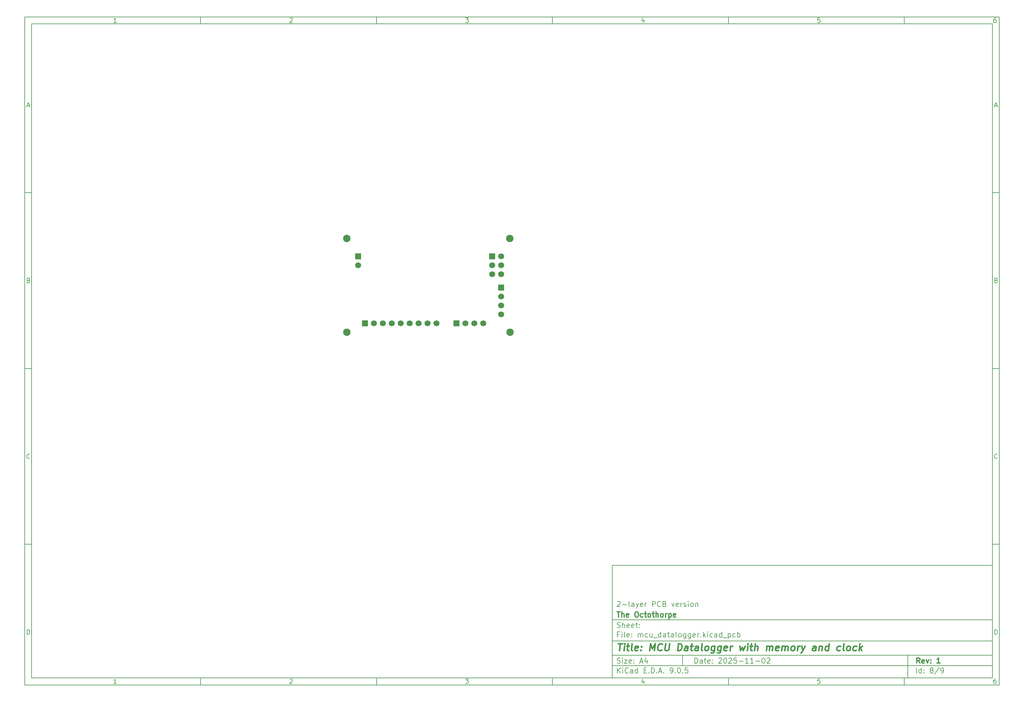
<source format=gbr>
%TF.GenerationSoftware,KiCad,Pcbnew,9.0.5*%
%TF.CreationDate,2025-11-03T15:57:17+06:00*%
%TF.ProjectId,mcu_datalogger,6d63755f-6461-4746-916c-6f676765722e,1*%
%TF.SameCoordinates,Original*%
%TF.FileFunction,Soldermask,Bot*%
%TF.FilePolarity,Negative*%
%FSLAX46Y46*%
G04 Gerber Fmt 4.6, Leading zero omitted, Abs format (unit mm)*
G04 Created by KiCad (PCBNEW 9.0.5) date 2025-11-03 15:57:17*
%MOMM*%
%LPD*%
G01*
G04 APERTURE LIST*
%ADD10C,0.100000*%
%ADD11C,0.150000*%
%ADD12C,0.300000*%
%ADD13C,0.400000*%
%ADD14R,1.700000X1.700000*%
%ADD15C,1.700000*%
%ADD16C,2.100000*%
G04 APERTURE END LIST*
D10*
D11*
X177002200Y-166007200D02*
X285002200Y-166007200D01*
X285002200Y-198007200D01*
X177002200Y-198007200D01*
X177002200Y-166007200D01*
D10*
D11*
X10000000Y-10000000D02*
X287002200Y-10000000D01*
X287002200Y-200007200D01*
X10000000Y-200007200D01*
X10000000Y-10000000D01*
D10*
D11*
X12000000Y-12000000D02*
X285002200Y-12000000D01*
X285002200Y-198007200D01*
X12000000Y-198007200D01*
X12000000Y-12000000D01*
D10*
D11*
X60000000Y-12000000D02*
X60000000Y-10000000D01*
D10*
D11*
X110000000Y-12000000D02*
X110000000Y-10000000D01*
D10*
D11*
X160000000Y-12000000D02*
X160000000Y-10000000D01*
D10*
D11*
X210000000Y-12000000D02*
X210000000Y-10000000D01*
D10*
D11*
X260000000Y-12000000D02*
X260000000Y-10000000D01*
D10*
D11*
X36089160Y-11593604D02*
X35346303Y-11593604D01*
X35717731Y-11593604D02*
X35717731Y-10293604D01*
X35717731Y-10293604D02*
X35593922Y-10479319D01*
X35593922Y-10479319D02*
X35470112Y-10603128D01*
X35470112Y-10603128D02*
X35346303Y-10665033D01*
D10*
D11*
X85346303Y-10417414D02*
X85408207Y-10355509D01*
X85408207Y-10355509D02*
X85532017Y-10293604D01*
X85532017Y-10293604D02*
X85841541Y-10293604D01*
X85841541Y-10293604D02*
X85965350Y-10355509D01*
X85965350Y-10355509D02*
X86027255Y-10417414D01*
X86027255Y-10417414D02*
X86089160Y-10541223D01*
X86089160Y-10541223D02*
X86089160Y-10665033D01*
X86089160Y-10665033D02*
X86027255Y-10850747D01*
X86027255Y-10850747D02*
X85284398Y-11593604D01*
X85284398Y-11593604D02*
X86089160Y-11593604D01*
D10*
D11*
X135284398Y-10293604D02*
X136089160Y-10293604D01*
X136089160Y-10293604D02*
X135655826Y-10788842D01*
X135655826Y-10788842D02*
X135841541Y-10788842D01*
X135841541Y-10788842D02*
X135965350Y-10850747D01*
X135965350Y-10850747D02*
X136027255Y-10912652D01*
X136027255Y-10912652D02*
X136089160Y-11036461D01*
X136089160Y-11036461D02*
X136089160Y-11345985D01*
X136089160Y-11345985D02*
X136027255Y-11469795D01*
X136027255Y-11469795D02*
X135965350Y-11531700D01*
X135965350Y-11531700D02*
X135841541Y-11593604D01*
X135841541Y-11593604D02*
X135470112Y-11593604D01*
X135470112Y-11593604D02*
X135346303Y-11531700D01*
X135346303Y-11531700D02*
X135284398Y-11469795D01*
D10*
D11*
X185965350Y-10726938D02*
X185965350Y-11593604D01*
X185655826Y-10231700D02*
X185346303Y-11160271D01*
X185346303Y-11160271D02*
X186151064Y-11160271D01*
D10*
D11*
X236027255Y-10293604D02*
X235408207Y-10293604D01*
X235408207Y-10293604D02*
X235346303Y-10912652D01*
X235346303Y-10912652D02*
X235408207Y-10850747D01*
X235408207Y-10850747D02*
X235532017Y-10788842D01*
X235532017Y-10788842D02*
X235841541Y-10788842D01*
X235841541Y-10788842D02*
X235965350Y-10850747D01*
X235965350Y-10850747D02*
X236027255Y-10912652D01*
X236027255Y-10912652D02*
X236089160Y-11036461D01*
X236089160Y-11036461D02*
X236089160Y-11345985D01*
X236089160Y-11345985D02*
X236027255Y-11469795D01*
X236027255Y-11469795D02*
X235965350Y-11531700D01*
X235965350Y-11531700D02*
X235841541Y-11593604D01*
X235841541Y-11593604D02*
X235532017Y-11593604D01*
X235532017Y-11593604D02*
X235408207Y-11531700D01*
X235408207Y-11531700D02*
X235346303Y-11469795D01*
D10*
D11*
X285965350Y-10293604D02*
X285717731Y-10293604D01*
X285717731Y-10293604D02*
X285593922Y-10355509D01*
X285593922Y-10355509D02*
X285532017Y-10417414D01*
X285532017Y-10417414D02*
X285408207Y-10603128D01*
X285408207Y-10603128D02*
X285346303Y-10850747D01*
X285346303Y-10850747D02*
X285346303Y-11345985D01*
X285346303Y-11345985D02*
X285408207Y-11469795D01*
X285408207Y-11469795D02*
X285470112Y-11531700D01*
X285470112Y-11531700D02*
X285593922Y-11593604D01*
X285593922Y-11593604D02*
X285841541Y-11593604D01*
X285841541Y-11593604D02*
X285965350Y-11531700D01*
X285965350Y-11531700D02*
X286027255Y-11469795D01*
X286027255Y-11469795D02*
X286089160Y-11345985D01*
X286089160Y-11345985D02*
X286089160Y-11036461D01*
X286089160Y-11036461D02*
X286027255Y-10912652D01*
X286027255Y-10912652D02*
X285965350Y-10850747D01*
X285965350Y-10850747D02*
X285841541Y-10788842D01*
X285841541Y-10788842D02*
X285593922Y-10788842D01*
X285593922Y-10788842D02*
X285470112Y-10850747D01*
X285470112Y-10850747D02*
X285408207Y-10912652D01*
X285408207Y-10912652D02*
X285346303Y-11036461D01*
D10*
D11*
X60000000Y-198007200D02*
X60000000Y-200007200D01*
D10*
D11*
X110000000Y-198007200D02*
X110000000Y-200007200D01*
D10*
D11*
X160000000Y-198007200D02*
X160000000Y-200007200D01*
D10*
D11*
X210000000Y-198007200D02*
X210000000Y-200007200D01*
D10*
D11*
X260000000Y-198007200D02*
X260000000Y-200007200D01*
D10*
D11*
X36089160Y-199600804D02*
X35346303Y-199600804D01*
X35717731Y-199600804D02*
X35717731Y-198300804D01*
X35717731Y-198300804D02*
X35593922Y-198486519D01*
X35593922Y-198486519D02*
X35470112Y-198610328D01*
X35470112Y-198610328D02*
X35346303Y-198672233D01*
D10*
D11*
X85346303Y-198424614D02*
X85408207Y-198362709D01*
X85408207Y-198362709D02*
X85532017Y-198300804D01*
X85532017Y-198300804D02*
X85841541Y-198300804D01*
X85841541Y-198300804D02*
X85965350Y-198362709D01*
X85965350Y-198362709D02*
X86027255Y-198424614D01*
X86027255Y-198424614D02*
X86089160Y-198548423D01*
X86089160Y-198548423D02*
X86089160Y-198672233D01*
X86089160Y-198672233D02*
X86027255Y-198857947D01*
X86027255Y-198857947D02*
X85284398Y-199600804D01*
X85284398Y-199600804D02*
X86089160Y-199600804D01*
D10*
D11*
X135284398Y-198300804D02*
X136089160Y-198300804D01*
X136089160Y-198300804D02*
X135655826Y-198796042D01*
X135655826Y-198796042D02*
X135841541Y-198796042D01*
X135841541Y-198796042D02*
X135965350Y-198857947D01*
X135965350Y-198857947D02*
X136027255Y-198919852D01*
X136027255Y-198919852D02*
X136089160Y-199043661D01*
X136089160Y-199043661D02*
X136089160Y-199353185D01*
X136089160Y-199353185D02*
X136027255Y-199476995D01*
X136027255Y-199476995D02*
X135965350Y-199538900D01*
X135965350Y-199538900D02*
X135841541Y-199600804D01*
X135841541Y-199600804D02*
X135470112Y-199600804D01*
X135470112Y-199600804D02*
X135346303Y-199538900D01*
X135346303Y-199538900D02*
X135284398Y-199476995D01*
D10*
D11*
X185965350Y-198734138D02*
X185965350Y-199600804D01*
X185655826Y-198238900D02*
X185346303Y-199167471D01*
X185346303Y-199167471D02*
X186151064Y-199167471D01*
D10*
D11*
X236027255Y-198300804D02*
X235408207Y-198300804D01*
X235408207Y-198300804D02*
X235346303Y-198919852D01*
X235346303Y-198919852D02*
X235408207Y-198857947D01*
X235408207Y-198857947D02*
X235532017Y-198796042D01*
X235532017Y-198796042D02*
X235841541Y-198796042D01*
X235841541Y-198796042D02*
X235965350Y-198857947D01*
X235965350Y-198857947D02*
X236027255Y-198919852D01*
X236027255Y-198919852D02*
X236089160Y-199043661D01*
X236089160Y-199043661D02*
X236089160Y-199353185D01*
X236089160Y-199353185D02*
X236027255Y-199476995D01*
X236027255Y-199476995D02*
X235965350Y-199538900D01*
X235965350Y-199538900D02*
X235841541Y-199600804D01*
X235841541Y-199600804D02*
X235532017Y-199600804D01*
X235532017Y-199600804D02*
X235408207Y-199538900D01*
X235408207Y-199538900D02*
X235346303Y-199476995D01*
D10*
D11*
X285965350Y-198300804D02*
X285717731Y-198300804D01*
X285717731Y-198300804D02*
X285593922Y-198362709D01*
X285593922Y-198362709D02*
X285532017Y-198424614D01*
X285532017Y-198424614D02*
X285408207Y-198610328D01*
X285408207Y-198610328D02*
X285346303Y-198857947D01*
X285346303Y-198857947D02*
X285346303Y-199353185D01*
X285346303Y-199353185D02*
X285408207Y-199476995D01*
X285408207Y-199476995D02*
X285470112Y-199538900D01*
X285470112Y-199538900D02*
X285593922Y-199600804D01*
X285593922Y-199600804D02*
X285841541Y-199600804D01*
X285841541Y-199600804D02*
X285965350Y-199538900D01*
X285965350Y-199538900D02*
X286027255Y-199476995D01*
X286027255Y-199476995D02*
X286089160Y-199353185D01*
X286089160Y-199353185D02*
X286089160Y-199043661D01*
X286089160Y-199043661D02*
X286027255Y-198919852D01*
X286027255Y-198919852D02*
X285965350Y-198857947D01*
X285965350Y-198857947D02*
X285841541Y-198796042D01*
X285841541Y-198796042D02*
X285593922Y-198796042D01*
X285593922Y-198796042D02*
X285470112Y-198857947D01*
X285470112Y-198857947D02*
X285408207Y-198919852D01*
X285408207Y-198919852D02*
X285346303Y-199043661D01*
D10*
D11*
X10000000Y-60000000D02*
X12000000Y-60000000D01*
D10*
D11*
X10000000Y-110000000D02*
X12000000Y-110000000D01*
D10*
D11*
X10000000Y-160000000D02*
X12000000Y-160000000D01*
D10*
D11*
X10690476Y-35222176D02*
X11309523Y-35222176D01*
X10566666Y-35593604D02*
X10999999Y-34293604D01*
X10999999Y-34293604D02*
X11433333Y-35593604D01*
D10*
D11*
X11092857Y-84912652D02*
X11278571Y-84974557D01*
X11278571Y-84974557D02*
X11340476Y-85036461D01*
X11340476Y-85036461D02*
X11402380Y-85160271D01*
X11402380Y-85160271D02*
X11402380Y-85345985D01*
X11402380Y-85345985D02*
X11340476Y-85469795D01*
X11340476Y-85469795D02*
X11278571Y-85531700D01*
X11278571Y-85531700D02*
X11154761Y-85593604D01*
X11154761Y-85593604D02*
X10659523Y-85593604D01*
X10659523Y-85593604D02*
X10659523Y-84293604D01*
X10659523Y-84293604D02*
X11092857Y-84293604D01*
X11092857Y-84293604D02*
X11216666Y-84355509D01*
X11216666Y-84355509D02*
X11278571Y-84417414D01*
X11278571Y-84417414D02*
X11340476Y-84541223D01*
X11340476Y-84541223D02*
X11340476Y-84665033D01*
X11340476Y-84665033D02*
X11278571Y-84788842D01*
X11278571Y-84788842D02*
X11216666Y-84850747D01*
X11216666Y-84850747D02*
X11092857Y-84912652D01*
X11092857Y-84912652D02*
X10659523Y-84912652D01*
D10*
D11*
X11402380Y-135469795D02*
X11340476Y-135531700D01*
X11340476Y-135531700D02*
X11154761Y-135593604D01*
X11154761Y-135593604D02*
X11030952Y-135593604D01*
X11030952Y-135593604D02*
X10845238Y-135531700D01*
X10845238Y-135531700D02*
X10721428Y-135407890D01*
X10721428Y-135407890D02*
X10659523Y-135284080D01*
X10659523Y-135284080D02*
X10597619Y-135036461D01*
X10597619Y-135036461D02*
X10597619Y-134850747D01*
X10597619Y-134850747D02*
X10659523Y-134603128D01*
X10659523Y-134603128D02*
X10721428Y-134479319D01*
X10721428Y-134479319D02*
X10845238Y-134355509D01*
X10845238Y-134355509D02*
X11030952Y-134293604D01*
X11030952Y-134293604D02*
X11154761Y-134293604D01*
X11154761Y-134293604D02*
X11340476Y-134355509D01*
X11340476Y-134355509D02*
X11402380Y-134417414D01*
D10*
D11*
X10659523Y-185593604D02*
X10659523Y-184293604D01*
X10659523Y-184293604D02*
X10969047Y-184293604D01*
X10969047Y-184293604D02*
X11154761Y-184355509D01*
X11154761Y-184355509D02*
X11278571Y-184479319D01*
X11278571Y-184479319D02*
X11340476Y-184603128D01*
X11340476Y-184603128D02*
X11402380Y-184850747D01*
X11402380Y-184850747D02*
X11402380Y-185036461D01*
X11402380Y-185036461D02*
X11340476Y-185284080D01*
X11340476Y-185284080D02*
X11278571Y-185407890D01*
X11278571Y-185407890D02*
X11154761Y-185531700D01*
X11154761Y-185531700D02*
X10969047Y-185593604D01*
X10969047Y-185593604D02*
X10659523Y-185593604D01*
D10*
D11*
X287002200Y-60000000D02*
X285002200Y-60000000D01*
D10*
D11*
X287002200Y-110000000D02*
X285002200Y-110000000D01*
D10*
D11*
X287002200Y-160000000D02*
X285002200Y-160000000D01*
D10*
D11*
X285692676Y-35222176D02*
X286311723Y-35222176D01*
X285568866Y-35593604D02*
X286002199Y-34293604D01*
X286002199Y-34293604D02*
X286435533Y-35593604D01*
D10*
D11*
X286095057Y-84912652D02*
X286280771Y-84974557D01*
X286280771Y-84974557D02*
X286342676Y-85036461D01*
X286342676Y-85036461D02*
X286404580Y-85160271D01*
X286404580Y-85160271D02*
X286404580Y-85345985D01*
X286404580Y-85345985D02*
X286342676Y-85469795D01*
X286342676Y-85469795D02*
X286280771Y-85531700D01*
X286280771Y-85531700D02*
X286156961Y-85593604D01*
X286156961Y-85593604D02*
X285661723Y-85593604D01*
X285661723Y-85593604D02*
X285661723Y-84293604D01*
X285661723Y-84293604D02*
X286095057Y-84293604D01*
X286095057Y-84293604D02*
X286218866Y-84355509D01*
X286218866Y-84355509D02*
X286280771Y-84417414D01*
X286280771Y-84417414D02*
X286342676Y-84541223D01*
X286342676Y-84541223D02*
X286342676Y-84665033D01*
X286342676Y-84665033D02*
X286280771Y-84788842D01*
X286280771Y-84788842D02*
X286218866Y-84850747D01*
X286218866Y-84850747D02*
X286095057Y-84912652D01*
X286095057Y-84912652D02*
X285661723Y-84912652D01*
D10*
D11*
X286404580Y-135469795D02*
X286342676Y-135531700D01*
X286342676Y-135531700D02*
X286156961Y-135593604D01*
X286156961Y-135593604D02*
X286033152Y-135593604D01*
X286033152Y-135593604D02*
X285847438Y-135531700D01*
X285847438Y-135531700D02*
X285723628Y-135407890D01*
X285723628Y-135407890D02*
X285661723Y-135284080D01*
X285661723Y-135284080D02*
X285599819Y-135036461D01*
X285599819Y-135036461D02*
X285599819Y-134850747D01*
X285599819Y-134850747D02*
X285661723Y-134603128D01*
X285661723Y-134603128D02*
X285723628Y-134479319D01*
X285723628Y-134479319D02*
X285847438Y-134355509D01*
X285847438Y-134355509D02*
X286033152Y-134293604D01*
X286033152Y-134293604D02*
X286156961Y-134293604D01*
X286156961Y-134293604D02*
X286342676Y-134355509D01*
X286342676Y-134355509D02*
X286404580Y-134417414D01*
D10*
D11*
X285661723Y-185593604D02*
X285661723Y-184293604D01*
X285661723Y-184293604D02*
X285971247Y-184293604D01*
X285971247Y-184293604D02*
X286156961Y-184355509D01*
X286156961Y-184355509D02*
X286280771Y-184479319D01*
X286280771Y-184479319D02*
X286342676Y-184603128D01*
X286342676Y-184603128D02*
X286404580Y-184850747D01*
X286404580Y-184850747D02*
X286404580Y-185036461D01*
X286404580Y-185036461D02*
X286342676Y-185284080D01*
X286342676Y-185284080D02*
X286280771Y-185407890D01*
X286280771Y-185407890D02*
X286156961Y-185531700D01*
X286156961Y-185531700D02*
X285971247Y-185593604D01*
X285971247Y-185593604D02*
X285661723Y-185593604D01*
D10*
D11*
X200458026Y-193793328D02*
X200458026Y-192293328D01*
X200458026Y-192293328D02*
X200815169Y-192293328D01*
X200815169Y-192293328D02*
X201029455Y-192364757D01*
X201029455Y-192364757D02*
X201172312Y-192507614D01*
X201172312Y-192507614D02*
X201243741Y-192650471D01*
X201243741Y-192650471D02*
X201315169Y-192936185D01*
X201315169Y-192936185D02*
X201315169Y-193150471D01*
X201315169Y-193150471D02*
X201243741Y-193436185D01*
X201243741Y-193436185D02*
X201172312Y-193579042D01*
X201172312Y-193579042D02*
X201029455Y-193721900D01*
X201029455Y-193721900D02*
X200815169Y-193793328D01*
X200815169Y-193793328D02*
X200458026Y-193793328D01*
X202600884Y-193793328D02*
X202600884Y-193007614D01*
X202600884Y-193007614D02*
X202529455Y-192864757D01*
X202529455Y-192864757D02*
X202386598Y-192793328D01*
X202386598Y-192793328D02*
X202100884Y-192793328D01*
X202100884Y-192793328D02*
X201958026Y-192864757D01*
X202600884Y-193721900D02*
X202458026Y-193793328D01*
X202458026Y-193793328D02*
X202100884Y-193793328D01*
X202100884Y-193793328D02*
X201958026Y-193721900D01*
X201958026Y-193721900D02*
X201886598Y-193579042D01*
X201886598Y-193579042D02*
X201886598Y-193436185D01*
X201886598Y-193436185D02*
X201958026Y-193293328D01*
X201958026Y-193293328D02*
X202100884Y-193221900D01*
X202100884Y-193221900D02*
X202458026Y-193221900D01*
X202458026Y-193221900D02*
X202600884Y-193150471D01*
X203100884Y-192793328D02*
X203672312Y-192793328D01*
X203315169Y-192293328D02*
X203315169Y-193579042D01*
X203315169Y-193579042D02*
X203386598Y-193721900D01*
X203386598Y-193721900D02*
X203529455Y-193793328D01*
X203529455Y-193793328D02*
X203672312Y-193793328D01*
X204743741Y-193721900D02*
X204600884Y-193793328D01*
X204600884Y-193793328D02*
X204315170Y-193793328D01*
X204315170Y-193793328D02*
X204172312Y-193721900D01*
X204172312Y-193721900D02*
X204100884Y-193579042D01*
X204100884Y-193579042D02*
X204100884Y-193007614D01*
X204100884Y-193007614D02*
X204172312Y-192864757D01*
X204172312Y-192864757D02*
X204315170Y-192793328D01*
X204315170Y-192793328D02*
X204600884Y-192793328D01*
X204600884Y-192793328D02*
X204743741Y-192864757D01*
X204743741Y-192864757D02*
X204815170Y-193007614D01*
X204815170Y-193007614D02*
X204815170Y-193150471D01*
X204815170Y-193150471D02*
X204100884Y-193293328D01*
X205458026Y-193650471D02*
X205529455Y-193721900D01*
X205529455Y-193721900D02*
X205458026Y-193793328D01*
X205458026Y-193793328D02*
X205386598Y-193721900D01*
X205386598Y-193721900D02*
X205458026Y-193650471D01*
X205458026Y-193650471D02*
X205458026Y-193793328D01*
X205458026Y-192864757D02*
X205529455Y-192936185D01*
X205529455Y-192936185D02*
X205458026Y-193007614D01*
X205458026Y-193007614D02*
X205386598Y-192936185D01*
X205386598Y-192936185D02*
X205458026Y-192864757D01*
X205458026Y-192864757D02*
X205458026Y-193007614D01*
X207243741Y-192436185D02*
X207315169Y-192364757D01*
X207315169Y-192364757D02*
X207458027Y-192293328D01*
X207458027Y-192293328D02*
X207815169Y-192293328D01*
X207815169Y-192293328D02*
X207958027Y-192364757D01*
X207958027Y-192364757D02*
X208029455Y-192436185D01*
X208029455Y-192436185D02*
X208100884Y-192579042D01*
X208100884Y-192579042D02*
X208100884Y-192721900D01*
X208100884Y-192721900D02*
X208029455Y-192936185D01*
X208029455Y-192936185D02*
X207172312Y-193793328D01*
X207172312Y-193793328D02*
X208100884Y-193793328D01*
X209029455Y-192293328D02*
X209172312Y-192293328D01*
X209172312Y-192293328D02*
X209315169Y-192364757D01*
X209315169Y-192364757D02*
X209386598Y-192436185D01*
X209386598Y-192436185D02*
X209458026Y-192579042D01*
X209458026Y-192579042D02*
X209529455Y-192864757D01*
X209529455Y-192864757D02*
X209529455Y-193221900D01*
X209529455Y-193221900D02*
X209458026Y-193507614D01*
X209458026Y-193507614D02*
X209386598Y-193650471D01*
X209386598Y-193650471D02*
X209315169Y-193721900D01*
X209315169Y-193721900D02*
X209172312Y-193793328D01*
X209172312Y-193793328D02*
X209029455Y-193793328D01*
X209029455Y-193793328D02*
X208886598Y-193721900D01*
X208886598Y-193721900D02*
X208815169Y-193650471D01*
X208815169Y-193650471D02*
X208743740Y-193507614D01*
X208743740Y-193507614D02*
X208672312Y-193221900D01*
X208672312Y-193221900D02*
X208672312Y-192864757D01*
X208672312Y-192864757D02*
X208743740Y-192579042D01*
X208743740Y-192579042D02*
X208815169Y-192436185D01*
X208815169Y-192436185D02*
X208886598Y-192364757D01*
X208886598Y-192364757D02*
X209029455Y-192293328D01*
X210100883Y-192436185D02*
X210172311Y-192364757D01*
X210172311Y-192364757D02*
X210315169Y-192293328D01*
X210315169Y-192293328D02*
X210672311Y-192293328D01*
X210672311Y-192293328D02*
X210815169Y-192364757D01*
X210815169Y-192364757D02*
X210886597Y-192436185D01*
X210886597Y-192436185D02*
X210958026Y-192579042D01*
X210958026Y-192579042D02*
X210958026Y-192721900D01*
X210958026Y-192721900D02*
X210886597Y-192936185D01*
X210886597Y-192936185D02*
X210029454Y-193793328D01*
X210029454Y-193793328D02*
X210958026Y-193793328D01*
X212315168Y-192293328D02*
X211600882Y-192293328D01*
X211600882Y-192293328D02*
X211529454Y-193007614D01*
X211529454Y-193007614D02*
X211600882Y-192936185D01*
X211600882Y-192936185D02*
X211743740Y-192864757D01*
X211743740Y-192864757D02*
X212100882Y-192864757D01*
X212100882Y-192864757D02*
X212243740Y-192936185D01*
X212243740Y-192936185D02*
X212315168Y-193007614D01*
X212315168Y-193007614D02*
X212386597Y-193150471D01*
X212386597Y-193150471D02*
X212386597Y-193507614D01*
X212386597Y-193507614D02*
X212315168Y-193650471D01*
X212315168Y-193650471D02*
X212243740Y-193721900D01*
X212243740Y-193721900D02*
X212100882Y-193793328D01*
X212100882Y-193793328D02*
X211743740Y-193793328D01*
X211743740Y-193793328D02*
X211600882Y-193721900D01*
X211600882Y-193721900D02*
X211529454Y-193650471D01*
X213029453Y-193221900D02*
X214172311Y-193221900D01*
X215672311Y-193793328D02*
X214815168Y-193793328D01*
X215243739Y-193793328D02*
X215243739Y-192293328D01*
X215243739Y-192293328D02*
X215100882Y-192507614D01*
X215100882Y-192507614D02*
X214958025Y-192650471D01*
X214958025Y-192650471D02*
X214815168Y-192721900D01*
X217100882Y-193793328D02*
X216243739Y-193793328D01*
X216672310Y-193793328D02*
X216672310Y-192293328D01*
X216672310Y-192293328D02*
X216529453Y-192507614D01*
X216529453Y-192507614D02*
X216386596Y-192650471D01*
X216386596Y-192650471D02*
X216243739Y-192721900D01*
X217743738Y-193221900D02*
X218886596Y-193221900D01*
X219886596Y-192293328D02*
X220029453Y-192293328D01*
X220029453Y-192293328D02*
X220172310Y-192364757D01*
X220172310Y-192364757D02*
X220243739Y-192436185D01*
X220243739Y-192436185D02*
X220315167Y-192579042D01*
X220315167Y-192579042D02*
X220386596Y-192864757D01*
X220386596Y-192864757D02*
X220386596Y-193221900D01*
X220386596Y-193221900D02*
X220315167Y-193507614D01*
X220315167Y-193507614D02*
X220243739Y-193650471D01*
X220243739Y-193650471D02*
X220172310Y-193721900D01*
X220172310Y-193721900D02*
X220029453Y-193793328D01*
X220029453Y-193793328D02*
X219886596Y-193793328D01*
X219886596Y-193793328D02*
X219743739Y-193721900D01*
X219743739Y-193721900D02*
X219672310Y-193650471D01*
X219672310Y-193650471D02*
X219600881Y-193507614D01*
X219600881Y-193507614D02*
X219529453Y-193221900D01*
X219529453Y-193221900D02*
X219529453Y-192864757D01*
X219529453Y-192864757D02*
X219600881Y-192579042D01*
X219600881Y-192579042D02*
X219672310Y-192436185D01*
X219672310Y-192436185D02*
X219743739Y-192364757D01*
X219743739Y-192364757D02*
X219886596Y-192293328D01*
X220958024Y-192436185D02*
X221029452Y-192364757D01*
X221029452Y-192364757D02*
X221172310Y-192293328D01*
X221172310Y-192293328D02*
X221529452Y-192293328D01*
X221529452Y-192293328D02*
X221672310Y-192364757D01*
X221672310Y-192364757D02*
X221743738Y-192436185D01*
X221743738Y-192436185D02*
X221815167Y-192579042D01*
X221815167Y-192579042D02*
X221815167Y-192721900D01*
X221815167Y-192721900D02*
X221743738Y-192936185D01*
X221743738Y-192936185D02*
X220886595Y-193793328D01*
X220886595Y-193793328D02*
X221815167Y-193793328D01*
D10*
D11*
X177002200Y-194507200D02*
X285002200Y-194507200D01*
D10*
D11*
X178458026Y-196593328D02*
X178458026Y-195093328D01*
X179315169Y-196593328D02*
X178672312Y-195736185D01*
X179315169Y-195093328D02*
X178458026Y-195950471D01*
X179958026Y-196593328D02*
X179958026Y-195593328D01*
X179958026Y-195093328D02*
X179886598Y-195164757D01*
X179886598Y-195164757D02*
X179958026Y-195236185D01*
X179958026Y-195236185D02*
X180029455Y-195164757D01*
X180029455Y-195164757D02*
X179958026Y-195093328D01*
X179958026Y-195093328D02*
X179958026Y-195236185D01*
X181529455Y-196450471D02*
X181458027Y-196521900D01*
X181458027Y-196521900D02*
X181243741Y-196593328D01*
X181243741Y-196593328D02*
X181100884Y-196593328D01*
X181100884Y-196593328D02*
X180886598Y-196521900D01*
X180886598Y-196521900D02*
X180743741Y-196379042D01*
X180743741Y-196379042D02*
X180672312Y-196236185D01*
X180672312Y-196236185D02*
X180600884Y-195950471D01*
X180600884Y-195950471D02*
X180600884Y-195736185D01*
X180600884Y-195736185D02*
X180672312Y-195450471D01*
X180672312Y-195450471D02*
X180743741Y-195307614D01*
X180743741Y-195307614D02*
X180886598Y-195164757D01*
X180886598Y-195164757D02*
X181100884Y-195093328D01*
X181100884Y-195093328D02*
X181243741Y-195093328D01*
X181243741Y-195093328D02*
X181458027Y-195164757D01*
X181458027Y-195164757D02*
X181529455Y-195236185D01*
X182815170Y-196593328D02*
X182815170Y-195807614D01*
X182815170Y-195807614D02*
X182743741Y-195664757D01*
X182743741Y-195664757D02*
X182600884Y-195593328D01*
X182600884Y-195593328D02*
X182315170Y-195593328D01*
X182315170Y-195593328D02*
X182172312Y-195664757D01*
X182815170Y-196521900D02*
X182672312Y-196593328D01*
X182672312Y-196593328D02*
X182315170Y-196593328D01*
X182315170Y-196593328D02*
X182172312Y-196521900D01*
X182172312Y-196521900D02*
X182100884Y-196379042D01*
X182100884Y-196379042D02*
X182100884Y-196236185D01*
X182100884Y-196236185D02*
X182172312Y-196093328D01*
X182172312Y-196093328D02*
X182315170Y-196021900D01*
X182315170Y-196021900D02*
X182672312Y-196021900D01*
X182672312Y-196021900D02*
X182815170Y-195950471D01*
X184172313Y-196593328D02*
X184172313Y-195093328D01*
X184172313Y-196521900D02*
X184029455Y-196593328D01*
X184029455Y-196593328D02*
X183743741Y-196593328D01*
X183743741Y-196593328D02*
X183600884Y-196521900D01*
X183600884Y-196521900D02*
X183529455Y-196450471D01*
X183529455Y-196450471D02*
X183458027Y-196307614D01*
X183458027Y-196307614D02*
X183458027Y-195879042D01*
X183458027Y-195879042D02*
X183529455Y-195736185D01*
X183529455Y-195736185D02*
X183600884Y-195664757D01*
X183600884Y-195664757D02*
X183743741Y-195593328D01*
X183743741Y-195593328D02*
X184029455Y-195593328D01*
X184029455Y-195593328D02*
X184172313Y-195664757D01*
X186029455Y-195807614D02*
X186529455Y-195807614D01*
X186743741Y-196593328D02*
X186029455Y-196593328D01*
X186029455Y-196593328D02*
X186029455Y-195093328D01*
X186029455Y-195093328D02*
X186743741Y-195093328D01*
X187386598Y-196450471D02*
X187458027Y-196521900D01*
X187458027Y-196521900D02*
X187386598Y-196593328D01*
X187386598Y-196593328D02*
X187315170Y-196521900D01*
X187315170Y-196521900D02*
X187386598Y-196450471D01*
X187386598Y-196450471D02*
X187386598Y-196593328D01*
X188100884Y-196593328D02*
X188100884Y-195093328D01*
X188100884Y-195093328D02*
X188458027Y-195093328D01*
X188458027Y-195093328D02*
X188672313Y-195164757D01*
X188672313Y-195164757D02*
X188815170Y-195307614D01*
X188815170Y-195307614D02*
X188886599Y-195450471D01*
X188886599Y-195450471D02*
X188958027Y-195736185D01*
X188958027Y-195736185D02*
X188958027Y-195950471D01*
X188958027Y-195950471D02*
X188886599Y-196236185D01*
X188886599Y-196236185D02*
X188815170Y-196379042D01*
X188815170Y-196379042D02*
X188672313Y-196521900D01*
X188672313Y-196521900D02*
X188458027Y-196593328D01*
X188458027Y-196593328D02*
X188100884Y-196593328D01*
X189600884Y-196450471D02*
X189672313Y-196521900D01*
X189672313Y-196521900D02*
X189600884Y-196593328D01*
X189600884Y-196593328D02*
X189529456Y-196521900D01*
X189529456Y-196521900D02*
X189600884Y-196450471D01*
X189600884Y-196450471D02*
X189600884Y-196593328D01*
X190243742Y-196164757D02*
X190958028Y-196164757D01*
X190100885Y-196593328D02*
X190600885Y-195093328D01*
X190600885Y-195093328D02*
X191100885Y-196593328D01*
X191600884Y-196450471D02*
X191672313Y-196521900D01*
X191672313Y-196521900D02*
X191600884Y-196593328D01*
X191600884Y-196593328D02*
X191529456Y-196521900D01*
X191529456Y-196521900D02*
X191600884Y-196450471D01*
X191600884Y-196450471D02*
X191600884Y-196593328D01*
X193529456Y-196593328D02*
X193815170Y-196593328D01*
X193815170Y-196593328D02*
X193958027Y-196521900D01*
X193958027Y-196521900D02*
X194029456Y-196450471D01*
X194029456Y-196450471D02*
X194172313Y-196236185D01*
X194172313Y-196236185D02*
X194243742Y-195950471D01*
X194243742Y-195950471D02*
X194243742Y-195379042D01*
X194243742Y-195379042D02*
X194172313Y-195236185D01*
X194172313Y-195236185D02*
X194100885Y-195164757D01*
X194100885Y-195164757D02*
X193958027Y-195093328D01*
X193958027Y-195093328D02*
X193672313Y-195093328D01*
X193672313Y-195093328D02*
X193529456Y-195164757D01*
X193529456Y-195164757D02*
X193458027Y-195236185D01*
X193458027Y-195236185D02*
X193386599Y-195379042D01*
X193386599Y-195379042D02*
X193386599Y-195736185D01*
X193386599Y-195736185D02*
X193458027Y-195879042D01*
X193458027Y-195879042D02*
X193529456Y-195950471D01*
X193529456Y-195950471D02*
X193672313Y-196021900D01*
X193672313Y-196021900D02*
X193958027Y-196021900D01*
X193958027Y-196021900D02*
X194100885Y-195950471D01*
X194100885Y-195950471D02*
X194172313Y-195879042D01*
X194172313Y-195879042D02*
X194243742Y-195736185D01*
X194886598Y-196450471D02*
X194958027Y-196521900D01*
X194958027Y-196521900D02*
X194886598Y-196593328D01*
X194886598Y-196593328D02*
X194815170Y-196521900D01*
X194815170Y-196521900D02*
X194886598Y-196450471D01*
X194886598Y-196450471D02*
X194886598Y-196593328D01*
X195886599Y-195093328D02*
X196029456Y-195093328D01*
X196029456Y-195093328D02*
X196172313Y-195164757D01*
X196172313Y-195164757D02*
X196243742Y-195236185D01*
X196243742Y-195236185D02*
X196315170Y-195379042D01*
X196315170Y-195379042D02*
X196386599Y-195664757D01*
X196386599Y-195664757D02*
X196386599Y-196021900D01*
X196386599Y-196021900D02*
X196315170Y-196307614D01*
X196315170Y-196307614D02*
X196243742Y-196450471D01*
X196243742Y-196450471D02*
X196172313Y-196521900D01*
X196172313Y-196521900D02*
X196029456Y-196593328D01*
X196029456Y-196593328D02*
X195886599Y-196593328D01*
X195886599Y-196593328D02*
X195743742Y-196521900D01*
X195743742Y-196521900D02*
X195672313Y-196450471D01*
X195672313Y-196450471D02*
X195600884Y-196307614D01*
X195600884Y-196307614D02*
X195529456Y-196021900D01*
X195529456Y-196021900D02*
X195529456Y-195664757D01*
X195529456Y-195664757D02*
X195600884Y-195379042D01*
X195600884Y-195379042D02*
X195672313Y-195236185D01*
X195672313Y-195236185D02*
X195743742Y-195164757D01*
X195743742Y-195164757D02*
X195886599Y-195093328D01*
X197029455Y-196450471D02*
X197100884Y-196521900D01*
X197100884Y-196521900D02*
X197029455Y-196593328D01*
X197029455Y-196593328D02*
X196958027Y-196521900D01*
X196958027Y-196521900D02*
X197029455Y-196450471D01*
X197029455Y-196450471D02*
X197029455Y-196593328D01*
X198458027Y-195093328D02*
X197743741Y-195093328D01*
X197743741Y-195093328D02*
X197672313Y-195807614D01*
X197672313Y-195807614D02*
X197743741Y-195736185D01*
X197743741Y-195736185D02*
X197886599Y-195664757D01*
X197886599Y-195664757D02*
X198243741Y-195664757D01*
X198243741Y-195664757D02*
X198386599Y-195736185D01*
X198386599Y-195736185D02*
X198458027Y-195807614D01*
X198458027Y-195807614D02*
X198529456Y-195950471D01*
X198529456Y-195950471D02*
X198529456Y-196307614D01*
X198529456Y-196307614D02*
X198458027Y-196450471D01*
X198458027Y-196450471D02*
X198386599Y-196521900D01*
X198386599Y-196521900D02*
X198243741Y-196593328D01*
X198243741Y-196593328D02*
X197886599Y-196593328D01*
X197886599Y-196593328D02*
X197743741Y-196521900D01*
X197743741Y-196521900D02*
X197672313Y-196450471D01*
D10*
D11*
X177002200Y-191507200D02*
X285002200Y-191507200D01*
D10*
D12*
X264413853Y-193785528D02*
X263913853Y-193071242D01*
X263556710Y-193785528D02*
X263556710Y-192285528D01*
X263556710Y-192285528D02*
X264128139Y-192285528D01*
X264128139Y-192285528D02*
X264270996Y-192356957D01*
X264270996Y-192356957D02*
X264342425Y-192428385D01*
X264342425Y-192428385D02*
X264413853Y-192571242D01*
X264413853Y-192571242D02*
X264413853Y-192785528D01*
X264413853Y-192785528D02*
X264342425Y-192928385D01*
X264342425Y-192928385D02*
X264270996Y-192999814D01*
X264270996Y-192999814D02*
X264128139Y-193071242D01*
X264128139Y-193071242D02*
X263556710Y-193071242D01*
X265628139Y-193714100D02*
X265485282Y-193785528D01*
X265485282Y-193785528D02*
X265199568Y-193785528D01*
X265199568Y-193785528D02*
X265056710Y-193714100D01*
X265056710Y-193714100D02*
X264985282Y-193571242D01*
X264985282Y-193571242D02*
X264985282Y-192999814D01*
X264985282Y-192999814D02*
X265056710Y-192856957D01*
X265056710Y-192856957D02*
X265199568Y-192785528D01*
X265199568Y-192785528D02*
X265485282Y-192785528D01*
X265485282Y-192785528D02*
X265628139Y-192856957D01*
X265628139Y-192856957D02*
X265699568Y-192999814D01*
X265699568Y-192999814D02*
X265699568Y-193142671D01*
X265699568Y-193142671D02*
X264985282Y-193285528D01*
X266199567Y-192785528D02*
X266556710Y-193785528D01*
X266556710Y-193785528D02*
X266913853Y-192785528D01*
X267485281Y-193642671D02*
X267556710Y-193714100D01*
X267556710Y-193714100D02*
X267485281Y-193785528D01*
X267485281Y-193785528D02*
X267413853Y-193714100D01*
X267413853Y-193714100D02*
X267485281Y-193642671D01*
X267485281Y-193642671D02*
X267485281Y-193785528D01*
X267485281Y-192856957D02*
X267556710Y-192928385D01*
X267556710Y-192928385D02*
X267485281Y-192999814D01*
X267485281Y-192999814D02*
X267413853Y-192928385D01*
X267413853Y-192928385D02*
X267485281Y-192856957D01*
X267485281Y-192856957D02*
X267485281Y-192999814D01*
X270128139Y-193785528D02*
X269270996Y-193785528D01*
X269699567Y-193785528D02*
X269699567Y-192285528D01*
X269699567Y-192285528D02*
X269556710Y-192499814D01*
X269556710Y-192499814D02*
X269413853Y-192642671D01*
X269413853Y-192642671D02*
X269270996Y-192714100D01*
D10*
D11*
X178386598Y-193721900D02*
X178600884Y-193793328D01*
X178600884Y-193793328D02*
X178958026Y-193793328D01*
X178958026Y-193793328D02*
X179100884Y-193721900D01*
X179100884Y-193721900D02*
X179172312Y-193650471D01*
X179172312Y-193650471D02*
X179243741Y-193507614D01*
X179243741Y-193507614D02*
X179243741Y-193364757D01*
X179243741Y-193364757D02*
X179172312Y-193221900D01*
X179172312Y-193221900D02*
X179100884Y-193150471D01*
X179100884Y-193150471D02*
X178958026Y-193079042D01*
X178958026Y-193079042D02*
X178672312Y-193007614D01*
X178672312Y-193007614D02*
X178529455Y-192936185D01*
X178529455Y-192936185D02*
X178458026Y-192864757D01*
X178458026Y-192864757D02*
X178386598Y-192721900D01*
X178386598Y-192721900D02*
X178386598Y-192579042D01*
X178386598Y-192579042D02*
X178458026Y-192436185D01*
X178458026Y-192436185D02*
X178529455Y-192364757D01*
X178529455Y-192364757D02*
X178672312Y-192293328D01*
X178672312Y-192293328D02*
X179029455Y-192293328D01*
X179029455Y-192293328D02*
X179243741Y-192364757D01*
X179886597Y-193793328D02*
X179886597Y-192793328D01*
X179886597Y-192293328D02*
X179815169Y-192364757D01*
X179815169Y-192364757D02*
X179886597Y-192436185D01*
X179886597Y-192436185D02*
X179958026Y-192364757D01*
X179958026Y-192364757D02*
X179886597Y-192293328D01*
X179886597Y-192293328D02*
X179886597Y-192436185D01*
X180458026Y-192793328D02*
X181243741Y-192793328D01*
X181243741Y-192793328D02*
X180458026Y-193793328D01*
X180458026Y-193793328D02*
X181243741Y-193793328D01*
X182386598Y-193721900D02*
X182243741Y-193793328D01*
X182243741Y-193793328D02*
X181958027Y-193793328D01*
X181958027Y-193793328D02*
X181815169Y-193721900D01*
X181815169Y-193721900D02*
X181743741Y-193579042D01*
X181743741Y-193579042D02*
X181743741Y-193007614D01*
X181743741Y-193007614D02*
X181815169Y-192864757D01*
X181815169Y-192864757D02*
X181958027Y-192793328D01*
X181958027Y-192793328D02*
X182243741Y-192793328D01*
X182243741Y-192793328D02*
X182386598Y-192864757D01*
X182386598Y-192864757D02*
X182458027Y-193007614D01*
X182458027Y-193007614D02*
X182458027Y-193150471D01*
X182458027Y-193150471D02*
X181743741Y-193293328D01*
X183100883Y-193650471D02*
X183172312Y-193721900D01*
X183172312Y-193721900D02*
X183100883Y-193793328D01*
X183100883Y-193793328D02*
X183029455Y-193721900D01*
X183029455Y-193721900D02*
X183100883Y-193650471D01*
X183100883Y-193650471D02*
X183100883Y-193793328D01*
X183100883Y-192864757D02*
X183172312Y-192936185D01*
X183172312Y-192936185D02*
X183100883Y-193007614D01*
X183100883Y-193007614D02*
X183029455Y-192936185D01*
X183029455Y-192936185D02*
X183100883Y-192864757D01*
X183100883Y-192864757D02*
X183100883Y-193007614D01*
X184886598Y-193364757D02*
X185600884Y-193364757D01*
X184743741Y-193793328D02*
X185243741Y-192293328D01*
X185243741Y-192293328D02*
X185743741Y-193793328D01*
X186886598Y-192793328D02*
X186886598Y-193793328D01*
X186529455Y-192221900D02*
X186172312Y-193293328D01*
X186172312Y-193293328D02*
X187100883Y-193293328D01*
D10*
D11*
X263458026Y-196593328D02*
X263458026Y-195093328D01*
X264815170Y-196593328D02*
X264815170Y-195093328D01*
X264815170Y-196521900D02*
X264672312Y-196593328D01*
X264672312Y-196593328D02*
X264386598Y-196593328D01*
X264386598Y-196593328D02*
X264243741Y-196521900D01*
X264243741Y-196521900D02*
X264172312Y-196450471D01*
X264172312Y-196450471D02*
X264100884Y-196307614D01*
X264100884Y-196307614D02*
X264100884Y-195879042D01*
X264100884Y-195879042D02*
X264172312Y-195736185D01*
X264172312Y-195736185D02*
X264243741Y-195664757D01*
X264243741Y-195664757D02*
X264386598Y-195593328D01*
X264386598Y-195593328D02*
X264672312Y-195593328D01*
X264672312Y-195593328D02*
X264815170Y-195664757D01*
X265529455Y-196450471D02*
X265600884Y-196521900D01*
X265600884Y-196521900D02*
X265529455Y-196593328D01*
X265529455Y-196593328D02*
X265458027Y-196521900D01*
X265458027Y-196521900D02*
X265529455Y-196450471D01*
X265529455Y-196450471D02*
X265529455Y-196593328D01*
X265529455Y-195664757D02*
X265600884Y-195736185D01*
X265600884Y-195736185D02*
X265529455Y-195807614D01*
X265529455Y-195807614D02*
X265458027Y-195736185D01*
X265458027Y-195736185D02*
X265529455Y-195664757D01*
X265529455Y-195664757D02*
X265529455Y-195807614D01*
X267600884Y-195736185D02*
X267458027Y-195664757D01*
X267458027Y-195664757D02*
X267386598Y-195593328D01*
X267386598Y-195593328D02*
X267315170Y-195450471D01*
X267315170Y-195450471D02*
X267315170Y-195379042D01*
X267315170Y-195379042D02*
X267386598Y-195236185D01*
X267386598Y-195236185D02*
X267458027Y-195164757D01*
X267458027Y-195164757D02*
X267600884Y-195093328D01*
X267600884Y-195093328D02*
X267886598Y-195093328D01*
X267886598Y-195093328D02*
X268029456Y-195164757D01*
X268029456Y-195164757D02*
X268100884Y-195236185D01*
X268100884Y-195236185D02*
X268172313Y-195379042D01*
X268172313Y-195379042D02*
X268172313Y-195450471D01*
X268172313Y-195450471D02*
X268100884Y-195593328D01*
X268100884Y-195593328D02*
X268029456Y-195664757D01*
X268029456Y-195664757D02*
X267886598Y-195736185D01*
X267886598Y-195736185D02*
X267600884Y-195736185D01*
X267600884Y-195736185D02*
X267458027Y-195807614D01*
X267458027Y-195807614D02*
X267386598Y-195879042D01*
X267386598Y-195879042D02*
X267315170Y-196021900D01*
X267315170Y-196021900D02*
X267315170Y-196307614D01*
X267315170Y-196307614D02*
X267386598Y-196450471D01*
X267386598Y-196450471D02*
X267458027Y-196521900D01*
X267458027Y-196521900D02*
X267600884Y-196593328D01*
X267600884Y-196593328D02*
X267886598Y-196593328D01*
X267886598Y-196593328D02*
X268029456Y-196521900D01*
X268029456Y-196521900D02*
X268100884Y-196450471D01*
X268100884Y-196450471D02*
X268172313Y-196307614D01*
X268172313Y-196307614D02*
X268172313Y-196021900D01*
X268172313Y-196021900D02*
X268100884Y-195879042D01*
X268100884Y-195879042D02*
X268029456Y-195807614D01*
X268029456Y-195807614D02*
X267886598Y-195736185D01*
X269886598Y-195021900D02*
X268600884Y-196950471D01*
X270458027Y-196593328D02*
X270743741Y-196593328D01*
X270743741Y-196593328D02*
X270886598Y-196521900D01*
X270886598Y-196521900D02*
X270958027Y-196450471D01*
X270958027Y-196450471D02*
X271100884Y-196236185D01*
X271100884Y-196236185D02*
X271172313Y-195950471D01*
X271172313Y-195950471D02*
X271172313Y-195379042D01*
X271172313Y-195379042D02*
X271100884Y-195236185D01*
X271100884Y-195236185D02*
X271029456Y-195164757D01*
X271029456Y-195164757D02*
X270886598Y-195093328D01*
X270886598Y-195093328D02*
X270600884Y-195093328D01*
X270600884Y-195093328D02*
X270458027Y-195164757D01*
X270458027Y-195164757D02*
X270386598Y-195236185D01*
X270386598Y-195236185D02*
X270315170Y-195379042D01*
X270315170Y-195379042D02*
X270315170Y-195736185D01*
X270315170Y-195736185D02*
X270386598Y-195879042D01*
X270386598Y-195879042D02*
X270458027Y-195950471D01*
X270458027Y-195950471D02*
X270600884Y-196021900D01*
X270600884Y-196021900D02*
X270886598Y-196021900D01*
X270886598Y-196021900D02*
X271029456Y-195950471D01*
X271029456Y-195950471D02*
X271100884Y-195879042D01*
X271100884Y-195879042D02*
X271172313Y-195736185D01*
D10*
D11*
X177002200Y-187507200D02*
X285002200Y-187507200D01*
D10*
D13*
X178693928Y-188211638D02*
X179836785Y-188211638D01*
X179015357Y-190211638D02*
X179265357Y-188211638D01*
X180253452Y-190211638D02*
X180420119Y-188878304D01*
X180503452Y-188211638D02*
X180396309Y-188306876D01*
X180396309Y-188306876D02*
X180479643Y-188402114D01*
X180479643Y-188402114D02*
X180586786Y-188306876D01*
X180586786Y-188306876D02*
X180503452Y-188211638D01*
X180503452Y-188211638D02*
X180479643Y-188402114D01*
X181086786Y-188878304D02*
X181848690Y-188878304D01*
X181455833Y-188211638D02*
X181241548Y-189925923D01*
X181241548Y-189925923D02*
X181312976Y-190116400D01*
X181312976Y-190116400D02*
X181491548Y-190211638D01*
X181491548Y-190211638D02*
X181682024Y-190211638D01*
X182634405Y-190211638D02*
X182455833Y-190116400D01*
X182455833Y-190116400D02*
X182384405Y-189925923D01*
X182384405Y-189925923D02*
X182598690Y-188211638D01*
X184170119Y-190116400D02*
X183967738Y-190211638D01*
X183967738Y-190211638D02*
X183586785Y-190211638D01*
X183586785Y-190211638D02*
X183408214Y-190116400D01*
X183408214Y-190116400D02*
X183336785Y-189925923D01*
X183336785Y-189925923D02*
X183432024Y-189164019D01*
X183432024Y-189164019D02*
X183551071Y-188973542D01*
X183551071Y-188973542D02*
X183753452Y-188878304D01*
X183753452Y-188878304D02*
X184134404Y-188878304D01*
X184134404Y-188878304D02*
X184312976Y-188973542D01*
X184312976Y-188973542D02*
X184384404Y-189164019D01*
X184384404Y-189164019D02*
X184360595Y-189354495D01*
X184360595Y-189354495D02*
X183384404Y-189544971D01*
X185134405Y-190021161D02*
X185217738Y-190116400D01*
X185217738Y-190116400D02*
X185110595Y-190211638D01*
X185110595Y-190211638D02*
X185027262Y-190116400D01*
X185027262Y-190116400D02*
X185134405Y-190021161D01*
X185134405Y-190021161D02*
X185110595Y-190211638D01*
X185265357Y-188973542D02*
X185348690Y-189068780D01*
X185348690Y-189068780D02*
X185241548Y-189164019D01*
X185241548Y-189164019D02*
X185158214Y-189068780D01*
X185158214Y-189068780D02*
X185265357Y-188973542D01*
X185265357Y-188973542D02*
X185241548Y-189164019D01*
X187586786Y-190211638D02*
X187836786Y-188211638D01*
X187836786Y-188211638D02*
X188324881Y-189640209D01*
X188324881Y-189640209D02*
X189170120Y-188211638D01*
X189170120Y-188211638D02*
X188920120Y-190211638D01*
X191039167Y-190021161D02*
X190932024Y-190116400D01*
X190932024Y-190116400D02*
X190634405Y-190211638D01*
X190634405Y-190211638D02*
X190443929Y-190211638D01*
X190443929Y-190211638D02*
X190170119Y-190116400D01*
X190170119Y-190116400D02*
X190003453Y-189925923D01*
X190003453Y-189925923D02*
X189932024Y-189735447D01*
X189932024Y-189735447D02*
X189884405Y-189354495D01*
X189884405Y-189354495D02*
X189920119Y-189068780D01*
X189920119Y-189068780D02*
X190062976Y-188687828D01*
X190062976Y-188687828D02*
X190182024Y-188497352D01*
X190182024Y-188497352D02*
X190396310Y-188306876D01*
X190396310Y-188306876D02*
X190693929Y-188211638D01*
X190693929Y-188211638D02*
X190884405Y-188211638D01*
X190884405Y-188211638D02*
X191158215Y-188306876D01*
X191158215Y-188306876D02*
X191241548Y-188402114D01*
X192122500Y-188211638D02*
X191920119Y-189830685D01*
X191920119Y-189830685D02*
X191991548Y-190021161D01*
X191991548Y-190021161D02*
X192074881Y-190116400D01*
X192074881Y-190116400D02*
X192253453Y-190211638D01*
X192253453Y-190211638D02*
X192634405Y-190211638D01*
X192634405Y-190211638D02*
X192836786Y-190116400D01*
X192836786Y-190116400D02*
X192943929Y-190021161D01*
X192943929Y-190021161D02*
X193062976Y-189830685D01*
X193062976Y-189830685D02*
X193265357Y-188211638D01*
X195491548Y-190211638D02*
X195741548Y-188211638D01*
X195741548Y-188211638D02*
X196217739Y-188211638D01*
X196217739Y-188211638D02*
X196491548Y-188306876D01*
X196491548Y-188306876D02*
X196658215Y-188497352D01*
X196658215Y-188497352D02*
X196729643Y-188687828D01*
X196729643Y-188687828D02*
X196777263Y-189068780D01*
X196777263Y-189068780D02*
X196741548Y-189354495D01*
X196741548Y-189354495D02*
X196598691Y-189735447D01*
X196598691Y-189735447D02*
X196479643Y-189925923D01*
X196479643Y-189925923D02*
X196265358Y-190116400D01*
X196265358Y-190116400D02*
X195967739Y-190211638D01*
X195967739Y-190211638D02*
X195491548Y-190211638D01*
X198348691Y-190211638D02*
X198479643Y-189164019D01*
X198479643Y-189164019D02*
X198408215Y-188973542D01*
X198408215Y-188973542D02*
X198229643Y-188878304D01*
X198229643Y-188878304D02*
X197848691Y-188878304D01*
X197848691Y-188878304D02*
X197646310Y-188973542D01*
X198360596Y-190116400D02*
X198158215Y-190211638D01*
X198158215Y-190211638D02*
X197682024Y-190211638D01*
X197682024Y-190211638D02*
X197503453Y-190116400D01*
X197503453Y-190116400D02*
X197432024Y-189925923D01*
X197432024Y-189925923D02*
X197455834Y-189735447D01*
X197455834Y-189735447D02*
X197574882Y-189544971D01*
X197574882Y-189544971D02*
X197777263Y-189449733D01*
X197777263Y-189449733D02*
X198253453Y-189449733D01*
X198253453Y-189449733D02*
X198455834Y-189354495D01*
X199182025Y-188878304D02*
X199943929Y-188878304D01*
X199551072Y-188211638D02*
X199336787Y-189925923D01*
X199336787Y-189925923D02*
X199408215Y-190116400D01*
X199408215Y-190116400D02*
X199586787Y-190211638D01*
X199586787Y-190211638D02*
X199777263Y-190211638D01*
X201301072Y-190211638D02*
X201432024Y-189164019D01*
X201432024Y-189164019D02*
X201360596Y-188973542D01*
X201360596Y-188973542D02*
X201182024Y-188878304D01*
X201182024Y-188878304D02*
X200801072Y-188878304D01*
X200801072Y-188878304D02*
X200598691Y-188973542D01*
X201312977Y-190116400D02*
X201110596Y-190211638D01*
X201110596Y-190211638D02*
X200634405Y-190211638D01*
X200634405Y-190211638D02*
X200455834Y-190116400D01*
X200455834Y-190116400D02*
X200384405Y-189925923D01*
X200384405Y-189925923D02*
X200408215Y-189735447D01*
X200408215Y-189735447D02*
X200527263Y-189544971D01*
X200527263Y-189544971D02*
X200729644Y-189449733D01*
X200729644Y-189449733D02*
X201205834Y-189449733D01*
X201205834Y-189449733D02*
X201408215Y-189354495D01*
X202539168Y-190211638D02*
X202360596Y-190116400D01*
X202360596Y-190116400D02*
X202289168Y-189925923D01*
X202289168Y-189925923D02*
X202503453Y-188211638D01*
X203586787Y-190211638D02*
X203408215Y-190116400D01*
X203408215Y-190116400D02*
X203324882Y-190021161D01*
X203324882Y-190021161D02*
X203253453Y-189830685D01*
X203253453Y-189830685D02*
X203324882Y-189259257D01*
X203324882Y-189259257D02*
X203443929Y-189068780D01*
X203443929Y-189068780D02*
X203551072Y-188973542D01*
X203551072Y-188973542D02*
X203753453Y-188878304D01*
X203753453Y-188878304D02*
X204039167Y-188878304D01*
X204039167Y-188878304D02*
X204217739Y-188973542D01*
X204217739Y-188973542D02*
X204301072Y-189068780D01*
X204301072Y-189068780D02*
X204372501Y-189259257D01*
X204372501Y-189259257D02*
X204301072Y-189830685D01*
X204301072Y-189830685D02*
X204182025Y-190021161D01*
X204182025Y-190021161D02*
X204074882Y-190116400D01*
X204074882Y-190116400D02*
X203872501Y-190211638D01*
X203872501Y-190211638D02*
X203586787Y-190211638D01*
X206134406Y-188878304D02*
X205932025Y-190497352D01*
X205932025Y-190497352D02*
X205812977Y-190687828D01*
X205812977Y-190687828D02*
X205705834Y-190783066D01*
X205705834Y-190783066D02*
X205503453Y-190878304D01*
X205503453Y-190878304D02*
X205217739Y-190878304D01*
X205217739Y-190878304D02*
X205039168Y-190783066D01*
X205979644Y-190116400D02*
X205777263Y-190211638D01*
X205777263Y-190211638D02*
X205396311Y-190211638D01*
X205396311Y-190211638D02*
X205217739Y-190116400D01*
X205217739Y-190116400D02*
X205134406Y-190021161D01*
X205134406Y-190021161D02*
X205062977Y-189830685D01*
X205062977Y-189830685D02*
X205134406Y-189259257D01*
X205134406Y-189259257D02*
X205253453Y-189068780D01*
X205253453Y-189068780D02*
X205360596Y-188973542D01*
X205360596Y-188973542D02*
X205562977Y-188878304D01*
X205562977Y-188878304D02*
X205943930Y-188878304D01*
X205943930Y-188878304D02*
X206122501Y-188973542D01*
X207943930Y-188878304D02*
X207741549Y-190497352D01*
X207741549Y-190497352D02*
X207622501Y-190687828D01*
X207622501Y-190687828D02*
X207515358Y-190783066D01*
X207515358Y-190783066D02*
X207312977Y-190878304D01*
X207312977Y-190878304D02*
X207027263Y-190878304D01*
X207027263Y-190878304D02*
X206848692Y-190783066D01*
X207789168Y-190116400D02*
X207586787Y-190211638D01*
X207586787Y-190211638D02*
X207205835Y-190211638D01*
X207205835Y-190211638D02*
X207027263Y-190116400D01*
X207027263Y-190116400D02*
X206943930Y-190021161D01*
X206943930Y-190021161D02*
X206872501Y-189830685D01*
X206872501Y-189830685D02*
X206943930Y-189259257D01*
X206943930Y-189259257D02*
X207062977Y-189068780D01*
X207062977Y-189068780D02*
X207170120Y-188973542D01*
X207170120Y-188973542D02*
X207372501Y-188878304D01*
X207372501Y-188878304D02*
X207753454Y-188878304D01*
X207753454Y-188878304D02*
X207932025Y-188973542D01*
X209503454Y-190116400D02*
X209301073Y-190211638D01*
X209301073Y-190211638D02*
X208920120Y-190211638D01*
X208920120Y-190211638D02*
X208741549Y-190116400D01*
X208741549Y-190116400D02*
X208670120Y-189925923D01*
X208670120Y-189925923D02*
X208765359Y-189164019D01*
X208765359Y-189164019D02*
X208884406Y-188973542D01*
X208884406Y-188973542D02*
X209086787Y-188878304D01*
X209086787Y-188878304D02*
X209467739Y-188878304D01*
X209467739Y-188878304D02*
X209646311Y-188973542D01*
X209646311Y-188973542D02*
X209717739Y-189164019D01*
X209717739Y-189164019D02*
X209693930Y-189354495D01*
X209693930Y-189354495D02*
X208717739Y-189544971D01*
X210443930Y-190211638D02*
X210610597Y-188878304D01*
X210562978Y-189259257D02*
X210682025Y-189068780D01*
X210682025Y-189068780D02*
X210789168Y-188973542D01*
X210789168Y-188973542D02*
X210991549Y-188878304D01*
X210991549Y-188878304D02*
X211182025Y-188878304D01*
X213182026Y-188878304D02*
X213396311Y-190211638D01*
X213396311Y-190211638D02*
X213896311Y-189259257D01*
X213896311Y-189259257D02*
X214158216Y-190211638D01*
X214158216Y-190211638D02*
X214705835Y-188878304D01*
X215301073Y-190211638D02*
X215467740Y-188878304D01*
X215551073Y-188211638D02*
X215443930Y-188306876D01*
X215443930Y-188306876D02*
X215527264Y-188402114D01*
X215527264Y-188402114D02*
X215634407Y-188306876D01*
X215634407Y-188306876D02*
X215551073Y-188211638D01*
X215551073Y-188211638D02*
X215527264Y-188402114D01*
X216134407Y-188878304D02*
X216896311Y-188878304D01*
X216503454Y-188211638D02*
X216289169Y-189925923D01*
X216289169Y-189925923D02*
X216360597Y-190116400D01*
X216360597Y-190116400D02*
X216539169Y-190211638D01*
X216539169Y-190211638D02*
X216729645Y-190211638D01*
X217396311Y-190211638D02*
X217646311Y-188211638D01*
X218253454Y-190211638D02*
X218384406Y-189164019D01*
X218384406Y-189164019D02*
X218312978Y-188973542D01*
X218312978Y-188973542D02*
X218134406Y-188878304D01*
X218134406Y-188878304D02*
X217848692Y-188878304D01*
X217848692Y-188878304D02*
X217646311Y-188973542D01*
X217646311Y-188973542D02*
X217539168Y-189068780D01*
X220729645Y-190211638D02*
X220896312Y-188878304D01*
X220872502Y-189068780D02*
X220979645Y-188973542D01*
X220979645Y-188973542D02*
X221182026Y-188878304D01*
X221182026Y-188878304D02*
X221467740Y-188878304D01*
X221467740Y-188878304D02*
X221646312Y-188973542D01*
X221646312Y-188973542D02*
X221717740Y-189164019D01*
X221717740Y-189164019D02*
X221586788Y-190211638D01*
X221717740Y-189164019D02*
X221836788Y-188973542D01*
X221836788Y-188973542D02*
X222039169Y-188878304D01*
X222039169Y-188878304D02*
X222324883Y-188878304D01*
X222324883Y-188878304D02*
X222503455Y-188973542D01*
X222503455Y-188973542D02*
X222574883Y-189164019D01*
X222574883Y-189164019D02*
X222443931Y-190211638D01*
X224170122Y-190116400D02*
X223967741Y-190211638D01*
X223967741Y-190211638D02*
X223586788Y-190211638D01*
X223586788Y-190211638D02*
X223408217Y-190116400D01*
X223408217Y-190116400D02*
X223336788Y-189925923D01*
X223336788Y-189925923D02*
X223432027Y-189164019D01*
X223432027Y-189164019D02*
X223551074Y-188973542D01*
X223551074Y-188973542D02*
X223753455Y-188878304D01*
X223753455Y-188878304D02*
X224134407Y-188878304D01*
X224134407Y-188878304D02*
X224312979Y-188973542D01*
X224312979Y-188973542D02*
X224384407Y-189164019D01*
X224384407Y-189164019D02*
X224360598Y-189354495D01*
X224360598Y-189354495D02*
X223384407Y-189544971D01*
X225110598Y-190211638D02*
X225277265Y-188878304D01*
X225253455Y-189068780D02*
X225360598Y-188973542D01*
X225360598Y-188973542D02*
X225562979Y-188878304D01*
X225562979Y-188878304D02*
X225848693Y-188878304D01*
X225848693Y-188878304D02*
X226027265Y-188973542D01*
X226027265Y-188973542D02*
X226098693Y-189164019D01*
X226098693Y-189164019D02*
X225967741Y-190211638D01*
X226098693Y-189164019D02*
X226217741Y-188973542D01*
X226217741Y-188973542D02*
X226420122Y-188878304D01*
X226420122Y-188878304D02*
X226705836Y-188878304D01*
X226705836Y-188878304D02*
X226884408Y-188973542D01*
X226884408Y-188973542D02*
X226955836Y-189164019D01*
X226955836Y-189164019D02*
X226824884Y-190211638D01*
X228062980Y-190211638D02*
X227884408Y-190116400D01*
X227884408Y-190116400D02*
X227801075Y-190021161D01*
X227801075Y-190021161D02*
X227729646Y-189830685D01*
X227729646Y-189830685D02*
X227801075Y-189259257D01*
X227801075Y-189259257D02*
X227920122Y-189068780D01*
X227920122Y-189068780D02*
X228027265Y-188973542D01*
X228027265Y-188973542D02*
X228229646Y-188878304D01*
X228229646Y-188878304D02*
X228515360Y-188878304D01*
X228515360Y-188878304D02*
X228693932Y-188973542D01*
X228693932Y-188973542D02*
X228777265Y-189068780D01*
X228777265Y-189068780D02*
X228848694Y-189259257D01*
X228848694Y-189259257D02*
X228777265Y-189830685D01*
X228777265Y-189830685D02*
X228658218Y-190021161D01*
X228658218Y-190021161D02*
X228551075Y-190116400D01*
X228551075Y-190116400D02*
X228348694Y-190211638D01*
X228348694Y-190211638D02*
X228062980Y-190211638D01*
X229586789Y-190211638D02*
X229753456Y-188878304D01*
X229705837Y-189259257D02*
X229824884Y-189068780D01*
X229824884Y-189068780D02*
X229932027Y-188973542D01*
X229932027Y-188973542D02*
X230134408Y-188878304D01*
X230134408Y-188878304D02*
X230324884Y-188878304D01*
X230801075Y-188878304D02*
X231110599Y-190211638D01*
X231753456Y-188878304D02*
X231110599Y-190211638D01*
X231110599Y-190211638D02*
X230860599Y-190687828D01*
X230860599Y-190687828D02*
X230753456Y-190783066D01*
X230753456Y-190783066D02*
X230551075Y-190878304D01*
X234729647Y-190211638D02*
X234860599Y-189164019D01*
X234860599Y-189164019D02*
X234789171Y-188973542D01*
X234789171Y-188973542D02*
X234610599Y-188878304D01*
X234610599Y-188878304D02*
X234229647Y-188878304D01*
X234229647Y-188878304D02*
X234027266Y-188973542D01*
X234741552Y-190116400D02*
X234539171Y-190211638D01*
X234539171Y-190211638D02*
X234062980Y-190211638D01*
X234062980Y-190211638D02*
X233884409Y-190116400D01*
X233884409Y-190116400D02*
X233812980Y-189925923D01*
X233812980Y-189925923D02*
X233836790Y-189735447D01*
X233836790Y-189735447D02*
X233955838Y-189544971D01*
X233955838Y-189544971D02*
X234158219Y-189449733D01*
X234158219Y-189449733D02*
X234634409Y-189449733D01*
X234634409Y-189449733D02*
X234836790Y-189354495D01*
X235848695Y-188878304D02*
X235682028Y-190211638D01*
X235824885Y-189068780D02*
X235932028Y-188973542D01*
X235932028Y-188973542D02*
X236134409Y-188878304D01*
X236134409Y-188878304D02*
X236420123Y-188878304D01*
X236420123Y-188878304D02*
X236598695Y-188973542D01*
X236598695Y-188973542D02*
X236670123Y-189164019D01*
X236670123Y-189164019D02*
X236539171Y-190211638D01*
X238348695Y-190211638D02*
X238598695Y-188211638D01*
X238360600Y-190116400D02*
X238158219Y-190211638D01*
X238158219Y-190211638D02*
X237777267Y-190211638D01*
X237777267Y-190211638D02*
X237598695Y-190116400D01*
X237598695Y-190116400D02*
X237515362Y-190021161D01*
X237515362Y-190021161D02*
X237443933Y-189830685D01*
X237443933Y-189830685D02*
X237515362Y-189259257D01*
X237515362Y-189259257D02*
X237634409Y-189068780D01*
X237634409Y-189068780D02*
X237741552Y-188973542D01*
X237741552Y-188973542D02*
X237943933Y-188878304D01*
X237943933Y-188878304D02*
X238324886Y-188878304D01*
X238324886Y-188878304D02*
X238503457Y-188973542D01*
X241693934Y-190116400D02*
X241491553Y-190211638D01*
X241491553Y-190211638D02*
X241110601Y-190211638D01*
X241110601Y-190211638D02*
X240932029Y-190116400D01*
X240932029Y-190116400D02*
X240848696Y-190021161D01*
X240848696Y-190021161D02*
X240777267Y-189830685D01*
X240777267Y-189830685D02*
X240848696Y-189259257D01*
X240848696Y-189259257D02*
X240967743Y-189068780D01*
X240967743Y-189068780D02*
X241074886Y-188973542D01*
X241074886Y-188973542D02*
X241277267Y-188878304D01*
X241277267Y-188878304D02*
X241658220Y-188878304D01*
X241658220Y-188878304D02*
X241836791Y-188973542D01*
X242824887Y-190211638D02*
X242646315Y-190116400D01*
X242646315Y-190116400D02*
X242574887Y-189925923D01*
X242574887Y-189925923D02*
X242789172Y-188211638D01*
X243872506Y-190211638D02*
X243693934Y-190116400D01*
X243693934Y-190116400D02*
X243610601Y-190021161D01*
X243610601Y-190021161D02*
X243539172Y-189830685D01*
X243539172Y-189830685D02*
X243610601Y-189259257D01*
X243610601Y-189259257D02*
X243729648Y-189068780D01*
X243729648Y-189068780D02*
X243836791Y-188973542D01*
X243836791Y-188973542D02*
X244039172Y-188878304D01*
X244039172Y-188878304D02*
X244324886Y-188878304D01*
X244324886Y-188878304D02*
X244503458Y-188973542D01*
X244503458Y-188973542D02*
X244586791Y-189068780D01*
X244586791Y-189068780D02*
X244658220Y-189259257D01*
X244658220Y-189259257D02*
X244586791Y-189830685D01*
X244586791Y-189830685D02*
X244467744Y-190021161D01*
X244467744Y-190021161D02*
X244360601Y-190116400D01*
X244360601Y-190116400D02*
X244158220Y-190211638D01*
X244158220Y-190211638D02*
X243872506Y-190211638D01*
X246265363Y-190116400D02*
X246062982Y-190211638D01*
X246062982Y-190211638D02*
X245682030Y-190211638D01*
X245682030Y-190211638D02*
X245503458Y-190116400D01*
X245503458Y-190116400D02*
X245420125Y-190021161D01*
X245420125Y-190021161D02*
X245348696Y-189830685D01*
X245348696Y-189830685D02*
X245420125Y-189259257D01*
X245420125Y-189259257D02*
X245539172Y-189068780D01*
X245539172Y-189068780D02*
X245646315Y-188973542D01*
X245646315Y-188973542D02*
X245848696Y-188878304D01*
X245848696Y-188878304D02*
X246229649Y-188878304D01*
X246229649Y-188878304D02*
X246408220Y-188973542D01*
X247110601Y-190211638D02*
X247360601Y-188211638D01*
X247396316Y-189449733D02*
X247872506Y-190211638D01*
X248039173Y-188878304D02*
X247182030Y-189640209D01*
D10*
D11*
X178958026Y-185607614D02*
X178458026Y-185607614D01*
X178458026Y-186393328D02*
X178458026Y-184893328D01*
X178458026Y-184893328D02*
X179172312Y-184893328D01*
X179743740Y-186393328D02*
X179743740Y-185393328D01*
X179743740Y-184893328D02*
X179672312Y-184964757D01*
X179672312Y-184964757D02*
X179743740Y-185036185D01*
X179743740Y-185036185D02*
X179815169Y-184964757D01*
X179815169Y-184964757D02*
X179743740Y-184893328D01*
X179743740Y-184893328D02*
X179743740Y-185036185D01*
X180672312Y-186393328D02*
X180529455Y-186321900D01*
X180529455Y-186321900D02*
X180458026Y-186179042D01*
X180458026Y-186179042D02*
X180458026Y-184893328D01*
X181815169Y-186321900D02*
X181672312Y-186393328D01*
X181672312Y-186393328D02*
X181386598Y-186393328D01*
X181386598Y-186393328D02*
X181243740Y-186321900D01*
X181243740Y-186321900D02*
X181172312Y-186179042D01*
X181172312Y-186179042D02*
X181172312Y-185607614D01*
X181172312Y-185607614D02*
X181243740Y-185464757D01*
X181243740Y-185464757D02*
X181386598Y-185393328D01*
X181386598Y-185393328D02*
X181672312Y-185393328D01*
X181672312Y-185393328D02*
X181815169Y-185464757D01*
X181815169Y-185464757D02*
X181886598Y-185607614D01*
X181886598Y-185607614D02*
X181886598Y-185750471D01*
X181886598Y-185750471D02*
X181172312Y-185893328D01*
X182529454Y-186250471D02*
X182600883Y-186321900D01*
X182600883Y-186321900D02*
X182529454Y-186393328D01*
X182529454Y-186393328D02*
X182458026Y-186321900D01*
X182458026Y-186321900D02*
X182529454Y-186250471D01*
X182529454Y-186250471D02*
X182529454Y-186393328D01*
X182529454Y-185464757D02*
X182600883Y-185536185D01*
X182600883Y-185536185D02*
X182529454Y-185607614D01*
X182529454Y-185607614D02*
X182458026Y-185536185D01*
X182458026Y-185536185D02*
X182529454Y-185464757D01*
X182529454Y-185464757D02*
X182529454Y-185607614D01*
X184386597Y-186393328D02*
X184386597Y-185393328D01*
X184386597Y-185536185D02*
X184458026Y-185464757D01*
X184458026Y-185464757D02*
X184600883Y-185393328D01*
X184600883Y-185393328D02*
X184815169Y-185393328D01*
X184815169Y-185393328D02*
X184958026Y-185464757D01*
X184958026Y-185464757D02*
X185029455Y-185607614D01*
X185029455Y-185607614D02*
X185029455Y-186393328D01*
X185029455Y-185607614D02*
X185100883Y-185464757D01*
X185100883Y-185464757D02*
X185243740Y-185393328D01*
X185243740Y-185393328D02*
X185458026Y-185393328D01*
X185458026Y-185393328D02*
X185600883Y-185464757D01*
X185600883Y-185464757D02*
X185672312Y-185607614D01*
X185672312Y-185607614D02*
X185672312Y-186393328D01*
X187029455Y-186321900D02*
X186886597Y-186393328D01*
X186886597Y-186393328D02*
X186600883Y-186393328D01*
X186600883Y-186393328D02*
X186458026Y-186321900D01*
X186458026Y-186321900D02*
X186386597Y-186250471D01*
X186386597Y-186250471D02*
X186315169Y-186107614D01*
X186315169Y-186107614D02*
X186315169Y-185679042D01*
X186315169Y-185679042D02*
X186386597Y-185536185D01*
X186386597Y-185536185D02*
X186458026Y-185464757D01*
X186458026Y-185464757D02*
X186600883Y-185393328D01*
X186600883Y-185393328D02*
X186886597Y-185393328D01*
X186886597Y-185393328D02*
X187029455Y-185464757D01*
X188315169Y-185393328D02*
X188315169Y-186393328D01*
X187672311Y-185393328D02*
X187672311Y-186179042D01*
X187672311Y-186179042D02*
X187743740Y-186321900D01*
X187743740Y-186321900D02*
X187886597Y-186393328D01*
X187886597Y-186393328D02*
X188100883Y-186393328D01*
X188100883Y-186393328D02*
X188243740Y-186321900D01*
X188243740Y-186321900D02*
X188315169Y-186250471D01*
X188672312Y-186536185D02*
X189815169Y-186536185D01*
X190815169Y-186393328D02*
X190815169Y-184893328D01*
X190815169Y-186321900D02*
X190672311Y-186393328D01*
X190672311Y-186393328D02*
X190386597Y-186393328D01*
X190386597Y-186393328D02*
X190243740Y-186321900D01*
X190243740Y-186321900D02*
X190172311Y-186250471D01*
X190172311Y-186250471D02*
X190100883Y-186107614D01*
X190100883Y-186107614D02*
X190100883Y-185679042D01*
X190100883Y-185679042D02*
X190172311Y-185536185D01*
X190172311Y-185536185D02*
X190243740Y-185464757D01*
X190243740Y-185464757D02*
X190386597Y-185393328D01*
X190386597Y-185393328D02*
X190672311Y-185393328D01*
X190672311Y-185393328D02*
X190815169Y-185464757D01*
X192172312Y-186393328D02*
X192172312Y-185607614D01*
X192172312Y-185607614D02*
X192100883Y-185464757D01*
X192100883Y-185464757D02*
X191958026Y-185393328D01*
X191958026Y-185393328D02*
X191672312Y-185393328D01*
X191672312Y-185393328D02*
X191529454Y-185464757D01*
X192172312Y-186321900D02*
X192029454Y-186393328D01*
X192029454Y-186393328D02*
X191672312Y-186393328D01*
X191672312Y-186393328D02*
X191529454Y-186321900D01*
X191529454Y-186321900D02*
X191458026Y-186179042D01*
X191458026Y-186179042D02*
X191458026Y-186036185D01*
X191458026Y-186036185D02*
X191529454Y-185893328D01*
X191529454Y-185893328D02*
X191672312Y-185821900D01*
X191672312Y-185821900D02*
X192029454Y-185821900D01*
X192029454Y-185821900D02*
X192172312Y-185750471D01*
X192672312Y-185393328D02*
X193243740Y-185393328D01*
X192886597Y-184893328D02*
X192886597Y-186179042D01*
X192886597Y-186179042D02*
X192958026Y-186321900D01*
X192958026Y-186321900D02*
X193100883Y-186393328D01*
X193100883Y-186393328D02*
X193243740Y-186393328D01*
X194386598Y-186393328D02*
X194386598Y-185607614D01*
X194386598Y-185607614D02*
X194315169Y-185464757D01*
X194315169Y-185464757D02*
X194172312Y-185393328D01*
X194172312Y-185393328D02*
X193886598Y-185393328D01*
X193886598Y-185393328D02*
X193743740Y-185464757D01*
X194386598Y-186321900D02*
X194243740Y-186393328D01*
X194243740Y-186393328D02*
X193886598Y-186393328D01*
X193886598Y-186393328D02*
X193743740Y-186321900D01*
X193743740Y-186321900D02*
X193672312Y-186179042D01*
X193672312Y-186179042D02*
X193672312Y-186036185D01*
X193672312Y-186036185D02*
X193743740Y-185893328D01*
X193743740Y-185893328D02*
X193886598Y-185821900D01*
X193886598Y-185821900D02*
X194243740Y-185821900D01*
X194243740Y-185821900D02*
X194386598Y-185750471D01*
X195315169Y-186393328D02*
X195172312Y-186321900D01*
X195172312Y-186321900D02*
X195100883Y-186179042D01*
X195100883Y-186179042D02*
X195100883Y-184893328D01*
X196100883Y-186393328D02*
X195958026Y-186321900D01*
X195958026Y-186321900D02*
X195886597Y-186250471D01*
X195886597Y-186250471D02*
X195815169Y-186107614D01*
X195815169Y-186107614D02*
X195815169Y-185679042D01*
X195815169Y-185679042D02*
X195886597Y-185536185D01*
X195886597Y-185536185D02*
X195958026Y-185464757D01*
X195958026Y-185464757D02*
X196100883Y-185393328D01*
X196100883Y-185393328D02*
X196315169Y-185393328D01*
X196315169Y-185393328D02*
X196458026Y-185464757D01*
X196458026Y-185464757D02*
X196529455Y-185536185D01*
X196529455Y-185536185D02*
X196600883Y-185679042D01*
X196600883Y-185679042D02*
X196600883Y-186107614D01*
X196600883Y-186107614D02*
X196529455Y-186250471D01*
X196529455Y-186250471D02*
X196458026Y-186321900D01*
X196458026Y-186321900D02*
X196315169Y-186393328D01*
X196315169Y-186393328D02*
X196100883Y-186393328D01*
X197886598Y-185393328D02*
X197886598Y-186607614D01*
X197886598Y-186607614D02*
X197815169Y-186750471D01*
X197815169Y-186750471D02*
X197743740Y-186821900D01*
X197743740Y-186821900D02*
X197600883Y-186893328D01*
X197600883Y-186893328D02*
X197386598Y-186893328D01*
X197386598Y-186893328D02*
X197243740Y-186821900D01*
X197886598Y-186321900D02*
X197743740Y-186393328D01*
X197743740Y-186393328D02*
X197458026Y-186393328D01*
X197458026Y-186393328D02*
X197315169Y-186321900D01*
X197315169Y-186321900D02*
X197243740Y-186250471D01*
X197243740Y-186250471D02*
X197172312Y-186107614D01*
X197172312Y-186107614D02*
X197172312Y-185679042D01*
X197172312Y-185679042D02*
X197243740Y-185536185D01*
X197243740Y-185536185D02*
X197315169Y-185464757D01*
X197315169Y-185464757D02*
X197458026Y-185393328D01*
X197458026Y-185393328D02*
X197743740Y-185393328D01*
X197743740Y-185393328D02*
X197886598Y-185464757D01*
X199243741Y-185393328D02*
X199243741Y-186607614D01*
X199243741Y-186607614D02*
X199172312Y-186750471D01*
X199172312Y-186750471D02*
X199100883Y-186821900D01*
X199100883Y-186821900D02*
X198958026Y-186893328D01*
X198958026Y-186893328D02*
X198743741Y-186893328D01*
X198743741Y-186893328D02*
X198600883Y-186821900D01*
X199243741Y-186321900D02*
X199100883Y-186393328D01*
X199100883Y-186393328D02*
X198815169Y-186393328D01*
X198815169Y-186393328D02*
X198672312Y-186321900D01*
X198672312Y-186321900D02*
X198600883Y-186250471D01*
X198600883Y-186250471D02*
X198529455Y-186107614D01*
X198529455Y-186107614D02*
X198529455Y-185679042D01*
X198529455Y-185679042D02*
X198600883Y-185536185D01*
X198600883Y-185536185D02*
X198672312Y-185464757D01*
X198672312Y-185464757D02*
X198815169Y-185393328D01*
X198815169Y-185393328D02*
X199100883Y-185393328D01*
X199100883Y-185393328D02*
X199243741Y-185464757D01*
X200529455Y-186321900D02*
X200386598Y-186393328D01*
X200386598Y-186393328D02*
X200100884Y-186393328D01*
X200100884Y-186393328D02*
X199958026Y-186321900D01*
X199958026Y-186321900D02*
X199886598Y-186179042D01*
X199886598Y-186179042D02*
X199886598Y-185607614D01*
X199886598Y-185607614D02*
X199958026Y-185464757D01*
X199958026Y-185464757D02*
X200100884Y-185393328D01*
X200100884Y-185393328D02*
X200386598Y-185393328D01*
X200386598Y-185393328D02*
X200529455Y-185464757D01*
X200529455Y-185464757D02*
X200600884Y-185607614D01*
X200600884Y-185607614D02*
X200600884Y-185750471D01*
X200600884Y-185750471D02*
X199886598Y-185893328D01*
X201243740Y-186393328D02*
X201243740Y-185393328D01*
X201243740Y-185679042D02*
X201315169Y-185536185D01*
X201315169Y-185536185D02*
X201386598Y-185464757D01*
X201386598Y-185464757D02*
X201529455Y-185393328D01*
X201529455Y-185393328D02*
X201672312Y-185393328D01*
X202172311Y-186250471D02*
X202243740Y-186321900D01*
X202243740Y-186321900D02*
X202172311Y-186393328D01*
X202172311Y-186393328D02*
X202100883Y-186321900D01*
X202100883Y-186321900D02*
X202172311Y-186250471D01*
X202172311Y-186250471D02*
X202172311Y-186393328D01*
X202886597Y-186393328D02*
X202886597Y-184893328D01*
X203029455Y-185821900D02*
X203458026Y-186393328D01*
X203458026Y-185393328D02*
X202886597Y-185964757D01*
X204100883Y-186393328D02*
X204100883Y-185393328D01*
X204100883Y-184893328D02*
X204029455Y-184964757D01*
X204029455Y-184964757D02*
X204100883Y-185036185D01*
X204100883Y-185036185D02*
X204172312Y-184964757D01*
X204172312Y-184964757D02*
X204100883Y-184893328D01*
X204100883Y-184893328D02*
X204100883Y-185036185D01*
X205458027Y-186321900D02*
X205315169Y-186393328D01*
X205315169Y-186393328D02*
X205029455Y-186393328D01*
X205029455Y-186393328D02*
X204886598Y-186321900D01*
X204886598Y-186321900D02*
X204815169Y-186250471D01*
X204815169Y-186250471D02*
X204743741Y-186107614D01*
X204743741Y-186107614D02*
X204743741Y-185679042D01*
X204743741Y-185679042D02*
X204815169Y-185536185D01*
X204815169Y-185536185D02*
X204886598Y-185464757D01*
X204886598Y-185464757D02*
X205029455Y-185393328D01*
X205029455Y-185393328D02*
X205315169Y-185393328D01*
X205315169Y-185393328D02*
X205458027Y-185464757D01*
X206743741Y-186393328D02*
X206743741Y-185607614D01*
X206743741Y-185607614D02*
X206672312Y-185464757D01*
X206672312Y-185464757D02*
X206529455Y-185393328D01*
X206529455Y-185393328D02*
X206243741Y-185393328D01*
X206243741Y-185393328D02*
X206100883Y-185464757D01*
X206743741Y-186321900D02*
X206600883Y-186393328D01*
X206600883Y-186393328D02*
X206243741Y-186393328D01*
X206243741Y-186393328D02*
X206100883Y-186321900D01*
X206100883Y-186321900D02*
X206029455Y-186179042D01*
X206029455Y-186179042D02*
X206029455Y-186036185D01*
X206029455Y-186036185D02*
X206100883Y-185893328D01*
X206100883Y-185893328D02*
X206243741Y-185821900D01*
X206243741Y-185821900D02*
X206600883Y-185821900D01*
X206600883Y-185821900D02*
X206743741Y-185750471D01*
X208100884Y-186393328D02*
X208100884Y-184893328D01*
X208100884Y-186321900D02*
X207958026Y-186393328D01*
X207958026Y-186393328D02*
X207672312Y-186393328D01*
X207672312Y-186393328D02*
X207529455Y-186321900D01*
X207529455Y-186321900D02*
X207458026Y-186250471D01*
X207458026Y-186250471D02*
X207386598Y-186107614D01*
X207386598Y-186107614D02*
X207386598Y-185679042D01*
X207386598Y-185679042D02*
X207458026Y-185536185D01*
X207458026Y-185536185D02*
X207529455Y-185464757D01*
X207529455Y-185464757D02*
X207672312Y-185393328D01*
X207672312Y-185393328D02*
X207958026Y-185393328D01*
X207958026Y-185393328D02*
X208100884Y-185464757D01*
X208458027Y-186536185D02*
X209600884Y-186536185D01*
X209958026Y-185393328D02*
X209958026Y-186893328D01*
X209958026Y-185464757D02*
X210100884Y-185393328D01*
X210100884Y-185393328D02*
X210386598Y-185393328D01*
X210386598Y-185393328D02*
X210529455Y-185464757D01*
X210529455Y-185464757D02*
X210600884Y-185536185D01*
X210600884Y-185536185D02*
X210672312Y-185679042D01*
X210672312Y-185679042D02*
X210672312Y-186107614D01*
X210672312Y-186107614D02*
X210600884Y-186250471D01*
X210600884Y-186250471D02*
X210529455Y-186321900D01*
X210529455Y-186321900D02*
X210386598Y-186393328D01*
X210386598Y-186393328D02*
X210100884Y-186393328D01*
X210100884Y-186393328D02*
X209958026Y-186321900D01*
X211958027Y-186321900D02*
X211815169Y-186393328D01*
X211815169Y-186393328D02*
X211529455Y-186393328D01*
X211529455Y-186393328D02*
X211386598Y-186321900D01*
X211386598Y-186321900D02*
X211315169Y-186250471D01*
X211315169Y-186250471D02*
X211243741Y-186107614D01*
X211243741Y-186107614D02*
X211243741Y-185679042D01*
X211243741Y-185679042D02*
X211315169Y-185536185D01*
X211315169Y-185536185D02*
X211386598Y-185464757D01*
X211386598Y-185464757D02*
X211529455Y-185393328D01*
X211529455Y-185393328D02*
X211815169Y-185393328D01*
X211815169Y-185393328D02*
X211958027Y-185464757D01*
X212600883Y-186393328D02*
X212600883Y-184893328D01*
X212600883Y-185464757D02*
X212743741Y-185393328D01*
X212743741Y-185393328D02*
X213029455Y-185393328D01*
X213029455Y-185393328D02*
X213172312Y-185464757D01*
X213172312Y-185464757D02*
X213243741Y-185536185D01*
X213243741Y-185536185D02*
X213315169Y-185679042D01*
X213315169Y-185679042D02*
X213315169Y-186107614D01*
X213315169Y-186107614D02*
X213243741Y-186250471D01*
X213243741Y-186250471D02*
X213172312Y-186321900D01*
X213172312Y-186321900D02*
X213029455Y-186393328D01*
X213029455Y-186393328D02*
X212743741Y-186393328D01*
X212743741Y-186393328D02*
X212600883Y-186321900D01*
D10*
D11*
X177002200Y-181507200D02*
X285002200Y-181507200D01*
D10*
D11*
X178386598Y-183621900D02*
X178600884Y-183693328D01*
X178600884Y-183693328D02*
X178958026Y-183693328D01*
X178958026Y-183693328D02*
X179100884Y-183621900D01*
X179100884Y-183621900D02*
X179172312Y-183550471D01*
X179172312Y-183550471D02*
X179243741Y-183407614D01*
X179243741Y-183407614D02*
X179243741Y-183264757D01*
X179243741Y-183264757D02*
X179172312Y-183121900D01*
X179172312Y-183121900D02*
X179100884Y-183050471D01*
X179100884Y-183050471D02*
X178958026Y-182979042D01*
X178958026Y-182979042D02*
X178672312Y-182907614D01*
X178672312Y-182907614D02*
X178529455Y-182836185D01*
X178529455Y-182836185D02*
X178458026Y-182764757D01*
X178458026Y-182764757D02*
X178386598Y-182621900D01*
X178386598Y-182621900D02*
X178386598Y-182479042D01*
X178386598Y-182479042D02*
X178458026Y-182336185D01*
X178458026Y-182336185D02*
X178529455Y-182264757D01*
X178529455Y-182264757D02*
X178672312Y-182193328D01*
X178672312Y-182193328D02*
X179029455Y-182193328D01*
X179029455Y-182193328D02*
X179243741Y-182264757D01*
X179886597Y-183693328D02*
X179886597Y-182193328D01*
X180529455Y-183693328D02*
X180529455Y-182907614D01*
X180529455Y-182907614D02*
X180458026Y-182764757D01*
X180458026Y-182764757D02*
X180315169Y-182693328D01*
X180315169Y-182693328D02*
X180100883Y-182693328D01*
X180100883Y-182693328D02*
X179958026Y-182764757D01*
X179958026Y-182764757D02*
X179886597Y-182836185D01*
X181815169Y-183621900D02*
X181672312Y-183693328D01*
X181672312Y-183693328D02*
X181386598Y-183693328D01*
X181386598Y-183693328D02*
X181243740Y-183621900D01*
X181243740Y-183621900D02*
X181172312Y-183479042D01*
X181172312Y-183479042D02*
X181172312Y-182907614D01*
X181172312Y-182907614D02*
X181243740Y-182764757D01*
X181243740Y-182764757D02*
X181386598Y-182693328D01*
X181386598Y-182693328D02*
X181672312Y-182693328D01*
X181672312Y-182693328D02*
X181815169Y-182764757D01*
X181815169Y-182764757D02*
X181886598Y-182907614D01*
X181886598Y-182907614D02*
X181886598Y-183050471D01*
X181886598Y-183050471D02*
X181172312Y-183193328D01*
X183100883Y-183621900D02*
X182958026Y-183693328D01*
X182958026Y-183693328D02*
X182672312Y-183693328D01*
X182672312Y-183693328D02*
X182529454Y-183621900D01*
X182529454Y-183621900D02*
X182458026Y-183479042D01*
X182458026Y-183479042D02*
X182458026Y-182907614D01*
X182458026Y-182907614D02*
X182529454Y-182764757D01*
X182529454Y-182764757D02*
X182672312Y-182693328D01*
X182672312Y-182693328D02*
X182958026Y-182693328D01*
X182958026Y-182693328D02*
X183100883Y-182764757D01*
X183100883Y-182764757D02*
X183172312Y-182907614D01*
X183172312Y-182907614D02*
X183172312Y-183050471D01*
X183172312Y-183050471D02*
X182458026Y-183193328D01*
X183600883Y-182693328D02*
X184172311Y-182693328D01*
X183815168Y-182193328D02*
X183815168Y-183479042D01*
X183815168Y-183479042D02*
X183886597Y-183621900D01*
X183886597Y-183621900D02*
X184029454Y-183693328D01*
X184029454Y-183693328D02*
X184172311Y-183693328D01*
X184672311Y-183550471D02*
X184743740Y-183621900D01*
X184743740Y-183621900D02*
X184672311Y-183693328D01*
X184672311Y-183693328D02*
X184600883Y-183621900D01*
X184600883Y-183621900D02*
X184672311Y-183550471D01*
X184672311Y-183550471D02*
X184672311Y-183693328D01*
X184672311Y-182764757D02*
X184743740Y-182836185D01*
X184743740Y-182836185D02*
X184672311Y-182907614D01*
X184672311Y-182907614D02*
X184600883Y-182836185D01*
X184600883Y-182836185D02*
X184672311Y-182764757D01*
X184672311Y-182764757D02*
X184672311Y-182907614D01*
D10*
D12*
X178342425Y-179185528D02*
X179199568Y-179185528D01*
X178770996Y-180685528D02*
X178770996Y-179185528D01*
X179699567Y-180685528D02*
X179699567Y-179185528D01*
X180342425Y-180685528D02*
X180342425Y-179899814D01*
X180342425Y-179899814D02*
X180270996Y-179756957D01*
X180270996Y-179756957D02*
X180128139Y-179685528D01*
X180128139Y-179685528D02*
X179913853Y-179685528D01*
X179913853Y-179685528D02*
X179770996Y-179756957D01*
X179770996Y-179756957D02*
X179699567Y-179828385D01*
X181628139Y-180614100D02*
X181485282Y-180685528D01*
X181485282Y-180685528D02*
X181199568Y-180685528D01*
X181199568Y-180685528D02*
X181056710Y-180614100D01*
X181056710Y-180614100D02*
X180985282Y-180471242D01*
X180985282Y-180471242D02*
X180985282Y-179899814D01*
X180985282Y-179899814D02*
X181056710Y-179756957D01*
X181056710Y-179756957D02*
X181199568Y-179685528D01*
X181199568Y-179685528D02*
X181485282Y-179685528D01*
X181485282Y-179685528D02*
X181628139Y-179756957D01*
X181628139Y-179756957D02*
X181699568Y-179899814D01*
X181699568Y-179899814D02*
X181699568Y-180042671D01*
X181699568Y-180042671D02*
X180985282Y-180185528D01*
X183770996Y-179185528D02*
X184056710Y-179185528D01*
X184056710Y-179185528D02*
X184199567Y-179256957D01*
X184199567Y-179256957D02*
X184342424Y-179399814D01*
X184342424Y-179399814D02*
X184413853Y-179685528D01*
X184413853Y-179685528D02*
X184413853Y-180185528D01*
X184413853Y-180185528D02*
X184342424Y-180471242D01*
X184342424Y-180471242D02*
X184199567Y-180614100D01*
X184199567Y-180614100D02*
X184056710Y-180685528D01*
X184056710Y-180685528D02*
X183770996Y-180685528D01*
X183770996Y-180685528D02*
X183628139Y-180614100D01*
X183628139Y-180614100D02*
X183485281Y-180471242D01*
X183485281Y-180471242D02*
X183413853Y-180185528D01*
X183413853Y-180185528D02*
X183413853Y-179685528D01*
X183413853Y-179685528D02*
X183485281Y-179399814D01*
X183485281Y-179399814D02*
X183628139Y-179256957D01*
X183628139Y-179256957D02*
X183770996Y-179185528D01*
X185699568Y-180614100D02*
X185556710Y-180685528D01*
X185556710Y-180685528D02*
X185270996Y-180685528D01*
X185270996Y-180685528D02*
X185128139Y-180614100D01*
X185128139Y-180614100D02*
X185056710Y-180542671D01*
X185056710Y-180542671D02*
X184985282Y-180399814D01*
X184985282Y-180399814D02*
X184985282Y-179971242D01*
X184985282Y-179971242D02*
X185056710Y-179828385D01*
X185056710Y-179828385D02*
X185128139Y-179756957D01*
X185128139Y-179756957D02*
X185270996Y-179685528D01*
X185270996Y-179685528D02*
X185556710Y-179685528D01*
X185556710Y-179685528D02*
X185699568Y-179756957D01*
X186128139Y-179685528D02*
X186699567Y-179685528D01*
X186342424Y-179185528D02*
X186342424Y-180471242D01*
X186342424Y-180471242D02*
X186413853Y-180614100D01*
X186413853Y-180614100D02*
X186556710Y-180685528D01*
X186556710Y-180685528D02*
X186699567Y-180685528D01*
X187413853Y-180685528D02*
X187270996Y-180614100D01*
X187270996Y-180614100D02*
X187199567Y-180542671D01*
X187199567Y-180542671D02*
X187128139Y-180399814D01*
X187128139Y-180399814D02*
X187128139Y-179971242D01*
X187128139Y-179971242D02*
X187199567Y-179828385D01*
X187199567Y-179828385D02*
X187270996Y-179756957D01*
X187270996Y-179756957D02*
X187413853Y-179685528D01*
X187413853Y-179685528D02*
X187628139Y-179685528D01*
X187628139Y-179685528D02*
X187770996Y-179756957D01*
X187770996Y-179756957D02*
X187842425Y-179828385D01*
X187842425Y-179828385D02*
X187913853Y-179971242D01*
X187913853Y-179971242D02*
X187913853Y-180399814D01*
X187913853Y-180399814D02*
X187842425Y-180542671D01*
X187842425Y-180542671D02*
X187770996Y-180614100D01*
X187770996Y-180614100D02*
X187628139Y-180685528D01*
X187628139Y-180685528D02*
X187413853Y-180685528D01*
X188342425Y-179685528D02*
X188913853Y-179685528D01*
X188556710Y-179185528D02*
X188556710Y-180471242D01*
X188556710Y-180471242D02*
X188628139Y-180614100D01*
X188628139Y-180614100D02*
X188770996Y-180685528D01*
X188770996Y-180685528D02*
X188913853Y-180685528D01*
X189413853Y-180685528D02*
X189413853Y-179185528D01*
X190056711Y-180685528D02*
X190056711Y-179899814D01*
X190056711Y-179899814D02*
X189985282Y-179756957D01*
X189985282Y-179756957D02*
X189842425Y-179685528D01*
X189842425Y-179685528D02*
X189628139Y-179685528D01*
X189628139Y-179685528D02*
X189485282Y-179756957D01*
X189485282Y-179756957D02*
X189413853Y-179828385D01*
X190985282Y-180685528D02*
X190842425Y-180614100D01*
X190842425Y-180614100D02*
X190770996Y-180542671D01*
X190770996Y-180542671D02*
X190699568Y-180399814D01*
X190699568Y-180399814D02*
X190699568Y-179971242D01*
X190699568Y-179971242D02*
X190770996Y-179828385D01*
X190770996Y-179828385D02*
X190842425Y-179756957D01*
X190842425Y-179756957D02*
X190985282Y-179685528D01*
X190985282Y-179685528D02*
X191199568Y-179685528D01*
X191199568Y-179685528D02*
X191342425Y-179756957D01*
X191342425Y-179756957D02*
X191413854Y-179828385D01*
X191413854Y-179828385D02*
X191485282Y-179971242D01*
X191485282Y-179971242D02*
X191485282Y-180399814D01*
X191485282Y-180399814D02*
X191413854Y-180542671D01*
X191413854Y-180542671D02*
X191342425Y-180614100D01*
X191342425Y-180614100D02*
X191199568Y-180685528D01*
X191199568Y-180685528D02*
X190985282Y-180685528D01*
X192128139Y-180685528D02*
X192128139Y-179685528D01*
X192128139Y-179971242D02*
X192199568Y-179828385D01*
X192199568Y-179828385D02*
X192270997Y-179756957D01*
X192270997Y-179756957D02*
X192413854Y-179685528D01*
X192413854Y-179685528D02*
X192556711Y-179685528D01*
X193056710Y-179685528D02*
X193056710Y-181185528D01*
X193056710Y-179756957D02*
X193199568Y-179685528D01*
X193199568Y-179685528D02*
X193485282Y-179685528D01*
X193485282Y-179685528D02*
X193628139Y-179756957D01*
X193628139Y-179756957D02*
X193699568Y-179828385D01*
X193699568Y-179828385D02*
X193770996Y-179971242D01*
X193770996Y-179971242D02*
X193770996Y-180399814D01*
X193770996Y-180399814D02*
X193699568Y-180542671D01*
X193699568Y-180542671D02*
X193628139Y-180614100D01*
X193628139Y-180614100D02*
X193485282Y-180685528D01*
X193485282Y-180685528D02*
X193199568Y-180685528D01*
X193199568Y-180685528D02*
X193056710Y-180614100D01*
X194985282Y-180614100D02*
X194842425Y-180685528D01*
X194842425Y-180685528D02*
X194556711Y-180685528D01*
X194556711Y-180685528D02*
X194413853Y-180614100D01*
X194413853Y-180614100D02*
X194342425Y-180471242D01*
X194342425Y-180471242D02*
X194342425Y-179899814D01*
X194342425Y-179899814D02*
X194413853Y-179756957D01*
X194413853Y-179756957D02*
X194556711Y-179685528D01*
X194556711Y-179685528D02*
X194842425Y-179685528D01*
X194842425Y-179685528D02*
X194985282Y-179756957D01*
X194985282Y-179756957D02*
X195056711Y-179899814D01*
X195056711Y-179899814D02*
X195056711Y-180042671D01*
X195056711Y-180042671D02*
X194342425Y-180185528D01*
D10*
D11*
X178386598Y-176336185D02*
X178458026Y-176264757D01*
X178458026Y-176264757D02*
X178600884Y-176193328D01*
X178600884Y-176193328D02*
X178958026Y-176193328D01*
X178958026Y-176193328D02*
X179100884Y-176264757D01*
X179100884Y-176264757D02*
X179172312Y-176336185D01*
X179172312Y-176336185D02*
X179243741Y-176479042D01*
X179243741Y-176479042D02*
X179243741Y-176621900D01*
X179243741Y-176621900D02*
X179172312Y-176836185D01*
X179172312Y-176836185D02*
X178315169Y-177693328D01*
X178315169Y-177693328D02*
X179243741Y-177693328D01*
X179886597Y-177121900D02*
X181029455Y-177121900D01*
X181958026Y-177693328D02*
X181815169Y-177621900D01*
X181815169Y-177621900D02*
X181743740Y-177479042D01*
X181743740Y-177479042D02*
X181743740Y-176193328D01*
X183172312Y-177693328D02*
X183172312Y-176907614D01*
X183172312Y-176907614D02*
X183100883Y-176764757D01*
X183100883Y-176764757D02*
X182958026Y-176693328D01*
X182958026Y-176693328D02*
X182672312Y-176693328D01*
X182672312Y-176693328D02*
X182529454Y-176764757D01*
X183172312Y-177621900D02*
X183029454Y-177693328D01*
X183029454Y-177693328D02*
X182672312Y-177693328D01*
X182672312Y-177693328D02*
X182529454Y-177621900D01*
X182529454Y-177621900D02*
X182458026Y-177479042D01*
X182458026Y-177479042D02*
X182458026Y-177336185D01*
X182458026Y-177336185D02*
X182529454Y-177193328D01*
X182529454Y-177193328D02*
X182672312Y-177121900D01*
X182672312Y-177121900D02*
X183029454Y-177121900D01*
X183029454Y-177121900D02*
X183172312Y-177050471D01*
X183743740Y-176693328D02*
X184100883Y-177693328D01*
X184458026Y-176693328D02*
X184100883Y-177693328D01*
X184100883Y-177693328D02*
X183958026Y-178050471D01*
X183958026Y-178050471D02*
X183886597Y-178121900D01*
X183886597Y-178121900D02*
X183743740Y-178193328D01*
X185600883Y-177621900D02*
X185458026Y-177693328D01*
X185458026Y-177693328D02*
X185172312Y-177693328D01*
X185172312Y-177693328D02*
X185029454Y-177621900D01*
X185029454Y-177621900D02*
X184958026Y-177479042D01*
X184958026Y-177479042D02*
X184958026Y-176907614D01*
X184958026Y-176907614D02*
X185029454Y-176764757D01*
X185029454Y-176764757D02*
X185172312Y-176693328D01*
X185172312Y-176693328D02*
X185458026Y-176693328D01*
X185458026Y-176693328D02*
X185600883Y-176764757D01*
X185600883Y-176764757D02*
X185672312Y-176907614D01*
X185672312Y-176907614D02*
X185672312Y-177050471D01*
X185672312Y-177050471D02*
X184958026Y-177193328D01*
X186315168Y-177693328D02*
X186315168Y-176693328D01*
X186315168Y-176979042D02*
X186386597Y-176836185D01*
X186386597Y-176836185D02*
X186458026Y-176764757D01*
X186458026Y-176764757D02*
X186600883Y-176693328D01*
X186600883Y-176693328D02*
X186743740Y-176693328D01*
X188386596Y-177693328D02*
X188386596Y-176193328D01*
X188386596Y-176193328D02*
X188958025Y-176193328D01*
X188958025Y-176193328D02*
X189100882Y-176264757D01*
X189100882Y-176264757D02*
X189172311Y-176336185D01*
X189172311Y-176336185D02*
X189243739Y-176479042D01*
X189243739Y-176479042D02*
X189243739Y-176693328D01*
X189243739Y-176693328D02*
X189172311Y-176836185D01*
X189172311Y-176836185D02*
X189100882Y-176907614D01*
X189100882Y-176907614D02*
X188958025Y-176979042D01*
X188958025Y-176979042D02*
X188386596Y-176979042D01*
X190743739Y-177550471D02*
X190672311Y-177621900D01*
X190672311Y-177621900D02*
X190458025Y-177693328D01*
X190458025Y-177693328D02*
X190315168Y-177693328D01*
X190315168Y-177693328D02*
X190100882Y-177621900D01*
X190100882Y-177621900D02*
X189958025Y-177479042D01*
X189958025Y-177479042D02*
X189886596Y-177336185D01*
X189886596Y-177336185D02*
X189815168Y-177050471D01*
X189815168Y-177050471D02*
X189815168Y-176836185D01*
X189815168Y-176836185D02*
X189886596Y-176550471D01*
X189886596Y-176550471D02*
X189958025Y-176407614D01*
X189958025Y-176407614D02*
X190100882Y-176264757D01*
X190100882Y-176264757D02*
X190315168Y-176193328D01*
X190315168Y-176193328D02*
X190458025Y-176193328D01*
X190458025Y-176193328D02*
X190672311Y-176264757D01*
X190672311Y-176264757D02*
X190743739Y-176336185D01*
X191886596Y-176907614D02*
X192100882Y-176979042D01*
X192100882Y-176979042D02*
X192172311Y-177050471D01*
X192172311Y-177050471D02*
X192243739Y-177193328D01*
X192243739Y-177193328D02*
X192243739Y-177407614D01*
X192243739Y-177407614D02*
X192172311Y-177550471D01*
X192172311Y-177550471D02*
X192100882Y-177621900D01*
X192100882Y-177621900D02*
X191958025Y-177693328D01*
X191958025Y-177693328D02*
X191386596Y-177693328D01*
X191386596Y-177693328D02*
X191386596Y-176193328D01*
X191386596Y-176193328D02*
X191886596Y-176193328D01*
X191886596Y-176193328D02*
X192029454Y-176264757D01*
X192029454Y-176264757D02*
X192100882Y-176336185D01*
X192100882Y-176336185D02*
X192172311Y-176479042D01*
X192172311Y-176479042D02*
X192172311Y-176621900D01*
X192172311Y-176621900D02*
X192100882Y-176764757D01*
X192100882Y-176764757D02*
X192029454Y-176836185D01*
X192029454Y-176836185D02*
X191886596Y-176907614D01*
X191886596Y-176907614D02*
X191386596Y-176907614D01*
X193886596Y-176693328D02*
X194243739Y-177693328D01*
X194243739Y-177693328D02*
X194600882Y-176693328D01*
X195743739Y-177621900D02*
X195600882Y-177693328D01*
X195600882Y-177693328D02*
X195315168Y-177693328D01*
X195315168Y-177693328D02*
X195172310Y-177621900D01*
X195172310Y-177621900D02*
X195100882Y-177479042D01*
X195100882Y-177479042D02*
X195100882Y-176907614D01*
X195100882Y-176907614D02*
X195172310Y-176764757D01*
X195172310Y-176764757D02*
X195315168Y-176693328D01*
X195315168Y-176693328D02*
X195600882Y-176693328D01*
X195600882Y-176693328D02*
X195743739Y-176764757D01*
X195743739Y-176764757D02*
X195815168Y-176907614D01*
X195815168Y-176907614D02*
X195815168Y-177050471D01*
X195815168Y-177050471D02*
X195100882Y-177193328D01*
X196458024Y-177693328D02*
X196458024Y-176693328D01*
X196458024Y-176979042D02*
X196529453Y-176836185D01*
X196529453Y-176836185D02*
X196600882Y-176764757D01*
X196600882Y-176764757D02*
X196743739Y-176693328D01*
X196743739Y-176693328D02*
X196886596Y-176693328D01*
X197315167Y-177621900D02*
X197458024Y-177693328D01*
X197458024Y-177693328D02*
X197743738Y-177693328D01*
X197743738Y-177693328D02*
X197886595Y-177621900D01*
X197886595Y-177621900D02*
X197958024Y-177479042D01*
X197958024Y-177479042D02*
X197958024Y-177407614D01*
X197958024Y-177407614D02*
X197886595Y-177264757D01*
X197886595Y-177264757D02*
X197743738Y-177193328D01*
X197743738Y-177193328D02*
X197529453Y-177193328D01*
X197529453Y-177193328D02*
X197386595Y-177121900D01*
X197386595Y-177121900D02*
X197315167Y-176979042D01*
X197315167Y-176979042D02*
X197315167Y-176907614D01*
X197315167Y-176907614D02*
X197386595Y-176764757D01*
X197386595Y-176764757D02*
X197529453Y-176693328D01*
X197529453Y-176693328D02*
X197743738Y-176693328D01*
X197743738Y-176693328D02*
X197886595Y-176764757D01*
X198600881Y-177693328D02*
X198600881Y-176693328D01*
X198600881Y-176193328D02*
X198529453Y-176264757D01*
X198529453Y-176264757D02*
X198600881Y-176336185D01*
X198600881Y-176336185D02*
X198672310Y-176264757D01*
X198672310Y-176264757D02*
X198600881Y-176193328D01*
X198600881Y-176193328D02*
X198600881Y-176336185D01*
X199529453Y-177693328D02*
X199386596Y-177621900D01*
X199386596Y-177621900D02*
X199315167Y-177550471D01*
X199315167Y-177550471D02*
X199243739Y-177407614D01*
X199243739Y-177407614D02*
X199243739Y-176979042D01*
X199243739Y-176979042D02*
X199315167Y-176836185D01*
X199315167Y-176836185D02*
X199386596Y-176764757D01*
X199386596Y-176764757D02*
X199529453Y-176693328D01*
X199529453Y-176693328D02*
X199743739Y-176693328D01*
X199743739Y-176693328D02*
X199886596Y-176764757D01*
X199886596Y-176764757D02*
X199958025Y-176836185D01*
X199958025Y-176836185D02*
X200029453Y-176979042D01*
X200029453Y-176979042D02*
X200029453Y-177407614D01*
X200029453Y-177407614D02*
X199958025Y-177550471D01*
X199958025Y-177550471D02*
X199886596Y-177621900D01*
X199886596Y-177621900D02*
X199743739Y-177693328D01*
X199743739Y-177693328D02*
X199529453Y-177693328D01*
X200672310Y-176693328D02*
X200672310Y-177693328D01*
X200672310Y-176836185D02*
X200743739Y-176764757D01*
X200743739Y-176764757D02*
X200886596Y-176693328D01*
X200886596Y-176693328D02*
X201100882Y-176693328D01*
X201100882Y-176693328D02*
X201243739Y-176764757D01*
X201243739Y-176764757D02*
X201315168Y-176907614D01*
X201315168Y-176907614D02*
X201315168Y-177693328D01*
D10*
D11*
X197002200Y-191507200D02*
X197002200Y-194507200D01*
D10*
D11*
X261002200Y-191507200D02*
X261002200Y-198007200D01*
D14*
%TO.C,J3*%
X132715000Y-97155000D03*
D15*
X135255000Y-97155000D03*
X137795000Y-97155000D03*
X140335000Y-97155000D03*
%TD*%
D16*
%TO.C,H3*%
X147869232Y-73018200D03*
%TD*%
%TO.C,H4*%
X147935770Y-99694999D03*
%TD*%
D14*
%TO.C,J1*%
X106680000Y-97155000D03*
D15*
X109220000Y-97155000D03*
X111760000Y-97155000D03*
X114300000Y-97155000D03*
X116840000Y-97155000D03*
X119380000Y-97155000D03*
X121920000Y-97155000D03*
X124460000Y-97155000D03*
X127000000Y-97155000D03*
%TD*%
D16*
%TO.C,H1*%
X101582293Y-72992052D03*
%TD*%
D14*
%TO.C,J2*%
X145415000Y-86995000D03*
D15*
X145415000Y-89535000D03*
X145415000Y-92075000D03*
X145415000Y-94615000D03*
%TD*%
D14*
%TO.C,J4*%
X142875000Y-78105000D03*
D15*
X145415000Y-78105000D03*
X142875000Y-80645000D03*
X145415000Y-80645000D03*
X142875000Y-83185000D03*
X145415000Y-83185000D03*
%TD*%
D16*
%TO.C,H2*%
X101589626Y-99694999D03*
%TD*%
D14*
%TO.C,BT1*%
X104775000Y-78105000D03*
D15*
X104775000Y-80645000D03*
%TD*%
M02*

</source>
